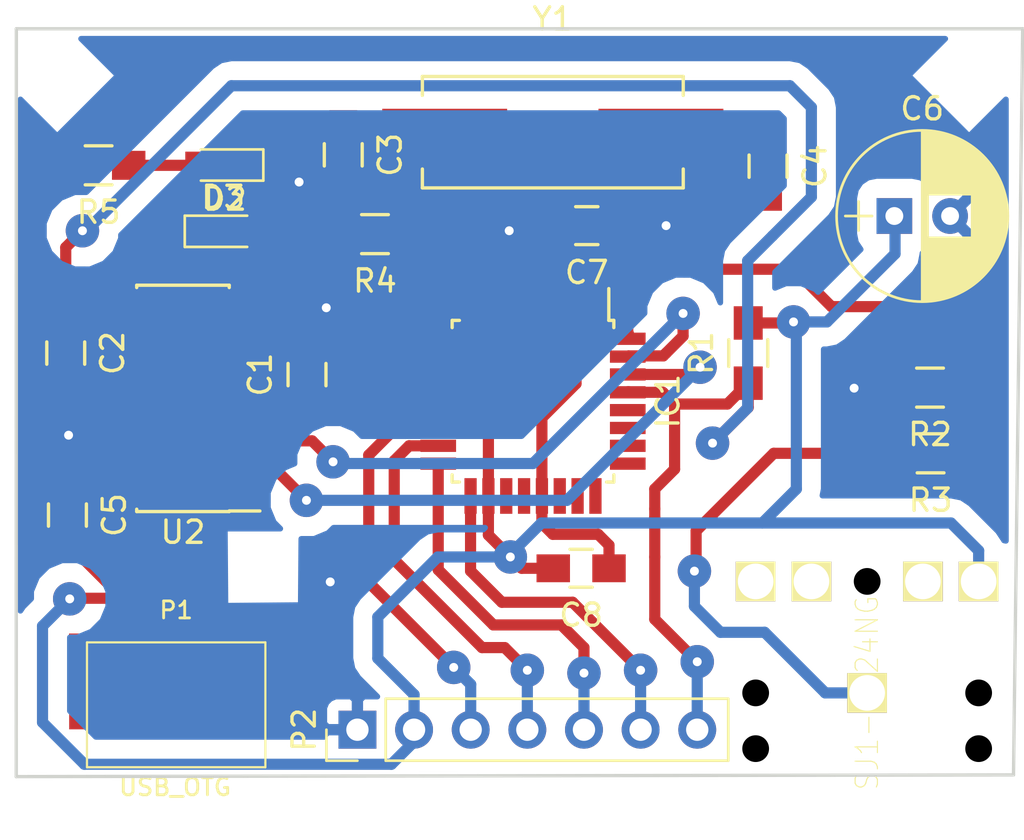
<source format=kicad_pcb>
(kicad_pcb (version 20171130) (host pcbnew "(5.1.12)-1")

  (general
    (thickness 1.6)
    (drawings 4)
    (tracks 248)
    (zones 0)
    (modules 21)
    (nets 46)
  )

  (page USLetter)
  (layers
    (0 F.Cu signal)
    (31 B.Cu signal)
    (32 B.Adhes user)
    (33 F.Adhes user)
    (34 B.Paste user)
    (35 F.Paste user)
    (36 B.SilkS user)
    (37 F.SilkS user)
    (38 B.Mask user)
    (39 F.Mask user)
    (40 Dwgs.User user)
    (41 Cmts.User user)
    (42 Eco1.User user)
    (43 Eco2.User user)
    (44 Edge.Cuts user)
    (45 Margin user)
    (46 B.CrtYd user)
    (47 F.CrtYd user)
    (48 B.Fab user)
    (49 F.Fab user)
  )

  (setup
    (last_trace_width 0.5)
    (trace_clearance 0.5)
    (zone_clearance 0.85)
    (zone_45_only no)
    (trace_min 0.2)
    (via_size 1.5)
    (via_drill 0.4)
    (via_min_size 0.4)
    (via_min_drill 0.3)
    (uvia_size 0.3)
    (uvia_drill 0.1)
    (uvias_allowed no)
    (uvia_min_size 0.2)
    (uvia_min_drill 0.1)
    (edge_width 0.15)
    (segment_width 0.2)
    (pcb_text_width 0.3)
    (pcb_text_size 1.5 1.5)
    (mod_edge_width 0.15)
    (mod_text_size 1 1)
    (mod_text_width 0.15)
    (pad_size 1.524 1.524)
    (pad_drill 0.762)
    (pad_to_mask_clearance 0.2)
    (aux_axis_origin 0 0)
    (visible_elements 7FFFFFFF)
    (pcbplotparams
      (layerselection 0x00080_7ffffffe)
      (usegerberextensions false)
      (usegerberattributes true)
      (usegerberadvancedattributes true)
      (creategerberjobfile true)
      (excludeedgelayer false)
      (linewidth 0.100000)
      (plotframeref false)
      (viasonmask true)
      (mode 1)
      (useauxorigin false)
      (hpglpennumber 1)
      (hpglpenspeed 20)
      (hpglpendiameter 15.000000)
      (psnegative false)
      (psa4output false)
      (plotreference true)
      (plotvalue true)
      (plotinvisibletext false)
      (padsonsilk false)
      (subtractmaskfromsilk false)
      (outputformat 4)
      (mirror true)
      (drillshape 0)
      (scaleselection 1)
      (outputdirectory ""))
  )

  (net 0 "")
  (net 1 "Net-(U1-Pad3)")
  (net 2 +5V)
  (net 3 "Net-(U1-Pad4)")
  (net 4 MM_TXD)
  (net 5 "Net-(P1-Pad2)")
  (net 6 "Net-(P1-Pad3)")
  (net 7 "Net-(P1-Pad4)")
  (net 8 GND)
  (net 9 "Net-(C2-Pad1)")
  (net 10 "Net-(U2-Pad15)")
  (net 11 "Net-(U2-Pad14)")
  (net 12 DTR)
  (net 13 "Net-(U2-Pad12)")
  (net 14 "Net-(U2-Pad11)")
  (net 15 "Net-(U2-Pad10)")
  (net 16 "Net-(U2-Pad9)")
  (net 17 "Net-(U2-Pad8)")
  (net 18 CLKOUT)
  (net 19 "Net-(C1-Pad1)")
  (net 20 TXD)
  (net 21 RXD)
  (net 22 "Net-(IC1-Pad28)")
  (net 23 "Net-(IC1-Pad27)")
  (net 24 "Net-(IC1-Pad26)")
  (net 25 "Net-(IC1-Pad25)")
  (net 26 "Net-(IC1-Pad24)")
  (net 27 "Net-(IC1-Pad23)")
  (net 28 "Net-(IC1-Pad22)")
  (net 29 "Net-(IC1-Pad20)")
  (net 30 "Net-(IC1-Pad19)")
  (net 31 "Net-(IC1-Pad17)")
  (net 32 "Net-(IC1-Pad16)")
  (net 33 "Net-(IC1-Pad15)")
  (net 34 "Net-(IC1-Pad14)")
  (net 35 "Net-(IC1-Pad13)")
  (net 36 "Net-(IC1-Pad11)")
  (net 37 "Net-(IC1-Pad10)")
  (net 38 "Net-(IC1-Pad9)")
  (net 39 "Net-(C3-Pad1)")
  (net 40 "Net-(C4-Pad1)")
  (net 41 "Net-(IC1-Pad2)")
  (net 42 "Net-(IC1-Pad1)")
  (net 43 "Net-(R3-Pad2)")
  (net 44 "Net-(D2-Pad2)")
  (net 45 "Net-(D3-Pad2)")

  (net_class Default "This is the default net class."
    (clearance 0.5)
    (trace_width 0.5)
    (via_dia 1.5)
    (via_drill 0.4)
    (uvia_dia 0.3)
    (uvia_drill 0.1)
    (add_net +5V)
    (add_net CLKOUT)
    (add_net DTR)
    (add_net GND)
    (add_net MM_TXD)
    (add_net "Net-(C1-Pad1)")
    (add_net "Net-(C2-Pad1)")
    (add_net "Net-(C3-Pad1)")
    (add_net "Net-(C4-Pad1)")
    (add_net "Net-(D2-Pad2)")
    (add_net "Net-(D3-Pad2)")
    (add_net "Net-(IC1-Pad1)")
    (add_net "Net-(IC1-Pad10)")
    (add_net "Net-(IC1-Pad11)")
    (add_net "Net-(IC1-Pad13)")
    (add_net "Net-(IC1-Pad14)")
    (add_net "Net-(IC1-Pad15)")
    (add_net "Net-(IC1-Pad16)")
    (add_net "Net-(IC1-Pad17)")
    (add_net "Net-(IC1-Pad19)")
    (add_net "Net-(IC1-Pad2)")
    (add_net "Net-(IC1-Pad20)")
    (add_net "Net-(IC1-Pad22)")
    (add_net "Net-(IC1-Pad23)")
    (add_net "Net-(IC1-Pad24)")
    (add_net "Net-(IC1-Pad25)")
    (add_net "Net-(IC1-Pad26)")
    (add_net "Net-(IC1-Pad27)")
    (add_net "Net-(IC1-Pad28)")
    (add_net "Net-(IC1-Pad9)")
    (add_net "Net-(P1-Pad2)")
    (add_net "Net-(P1-Pad3)")
    (add_net "Net-(P1-Pad4)")
    (add_net "Net-(R3-Pad2)")
    (add_net "Net-(U1-Pad3)")
    (add_net "Net-(U1-Pad4)")
    (add_net "Net-(U2-Pad10)")
    (add_net "Net-(U2-Pad11)")
    (add_net "Net-(U2-Pad12)")
    (add_net "Net-(U2-Pad14)")
    (add_net "Net-(U2-Pad15)")
    (add_net "Net-(U2-Pad8)")
    (add_net "Net-(U2-Pad9)")
    (add_net RXD)
    (add_net TXD)
  )

  (module Capacitors_THT:CP_Radial_D7.5mm_P2.50mm (layer F.Cu) (tedit 58765D06) (tstamp 5882C7E9)
    (at 160.2994 90.1954)
    (descr "CP, Radial series, Radial, pin pitch=2.50mm, , diameter=7.5mm, Electrolytic Capacitor")
    (tags "CP Radial series Radial pin pitch 2.50mm  diameter 7.5mm Electrolytic Capacitor")
    (path /587F9337)
    (fp_text reference C6 (at 1.25 -4.81) (layer F.SilkS)
      (effects (font (size 1 1) (thickness 0.15)))
    )
    (fp_text value 47u (at 1.25 4.81) (layer F.Fab)
      (effects (font (size 1 1) (thickness 0.15)))
    )
    (fp_circle (center 1.25 0) (end 5 0) (layer F.Fab) (width 0.1))
    (fp_circle (center 1.25 0) (end 5.09 0) (layer F.SilkS) (width 0.12))
    (fp_line (start -2.2 0) (end -1 0) (layer F.Fab) (width 0.1))
    (fp_line (start -1.6 -0.65) (end -1.6 0.65) (layer F.Fab) (width 0.1))
    (fp_line (start 1.25 -3.8) (end 1.25 3.8) (layer F.SilkS) (width 0.12))
    (fp_line (start 1.29 -3.8) (end 1.29 3.8) (layer F.SilkS) (width 0.12))
    (fp_line (start 1.33 -3.8) (end 1.33 3.8) (layer F.SilkS) (width 0.12))
    (fp_line (start 1.37 -3.799) (end 1.37 3.799) (layer F.SilkS) (width 0.12))
    (fp_line (start 1.41 -3.797) (end 1.41 3.797) (layer F.SilkS) (width 0.12))
    (fp_line (start 1.45 -3.795) (end 1.45 3.795) (layer F.SilkS) (width 0.12))
    (fp_line (start 1.49 -3.793) (end 1.49 3.793) (layer F.SilkS) (width 0.12))
    (fp_line (start 1.53 -3.79) (end 1.53 -0.98) (layer F.SilkS) (width 0.12))
    (fp_line (start 1.53 0.98) (end 1.53 3.79) (layer F.SilkS) (width 0.12))
    (fp_line (start 1.57 -3.787) (end 1.57 -0.98) (layer F.SilkS) (width 0.12))
    (fp_line (start 1.57 0.98) (end 1.57 3.787) (layer F.SilkS) (width 0.12))
    (fp_line (start 1.61 -3.784) (end 1.61 -0.98) (layer F.SilkS) (width 0.12))
    (fp_line (start 1.61 0.98) (end 1.61 3.784) (layer F.SilkS) (width 0.12))
    (fp_line (start 1.65 -3.78) (end 1.65 -0.98) (layer F.SilkS) (width 0.12))
    (fp_line (start 1.65 0.98) (end 1.65 3.78) (layer F.SilkS) (width 0.12))
    (fp_line (start 1.69 -3.775) (end 1.69 -0.98) (layer F.SilkS) (width 0.12))
    (fp_line (start 1.69 0.98) (end 1.69 3.775) (layer F.SilkS) (width 0.12))
    (fp_line (start 1.73 -3.77) (end 1.73 -0.98) (layer F.SilkS) (width 0.12))
    (fp_line (start 1.73 0.98) (end 1.73 3.77) (layer F.SilkS) (width 0.12))
    (fp_line (start 1.77 -3.765) (end 1.77 -0.98) (layer F.SilkS) (width 0.12))
    (fp_line (start 1.77 0.98) (end 1.77 3.765) (layer F.SilkS) (width 0.12))
    (fp_line (start 1.81 -3.759) (end 1.81 -0.98) (layer F.SilkS) (width 0.12))
    (fp_line (start 1.81 0.98) (end 1.81 3.759) (layer F.SilkS) (width 0.12))
    (fp_line (start 1.85 -3.753) (end 1.85 -0.98) (layer F.SilkS) (width 0.12))
    (fp_line (start 1.85 0.98) (end 1.85 3.753) (layer F.SilkS) (width 0.12))
    (fp_line (start 1.89 -3.747) (end 1.89 -0.98) (layer F.SilkS) (width 0.12))
    (fp_line (start 1.89 0.98) (end 1.89 3.747) (layer F.SilkS) (width 0.12))
    (fp_line (start 1.93 -3.74) (end 1.93 -0.98) (layer F.SilkS) (width 0.12))
    (fp_line (start 1.93 0.98) (end 1.93 3.74) (layer F.SilkS) (width 0.12))
    (fp_line (start 1.971 -3.732) (end 1.971 -0.98) (layer F.SilkS) (width 0.12))
    (fp_line (start 1.971 0.98) (end 1.971 3.732) (layer F.SilkS) (width 0.12))
    (fp_line (start 2.011 -3.725) (end 2.011 -0.98) (layer F.SilkS) (width 0.12))
    (fp_line (start 2.011 0.98) (end 2.011 3.725) (layer F.SilkS) (width 0.12))
    (fp_line (start 2.051 -3.716) (end 2.051 -0.98) (layer F.SilkS) (width 0.12))
    (fp_line (start 2.051 0.98) (end 2.051 3.716) (layer F.SilkS) (width 0.12))
    (fp_line (start 2.091 -3.707) (end 2.091 -0.98) (layer F.SilkS) (width 0.12))
    (fp_line (start 2.091 0.98) (end 2.091 3.707) (layer F.SilkS) (width 0.12))
    (fp_line (start 2.131 -3.698) (end 2.131 -0.98) (layer F.SilkS) (width 0.12))
    (fp_line (start 2.131 0.98) (end 2.131 3.698) (layer F.SilkS) (width 0.12))
    (fp_line (start 2.171 -3.689) (end 2.171 -0.98) (layer F.SilkS) (width 0.12))
    (fp_line (start 2.171 0.98) (end 2.171 3.689) (layer F.SilkS) (width 0.12))
    (fp_line (start 2.211 -3.679) (end 2.211 -0.98) (layer F.SilkS) (width 0.12))
    (fp_line (start 2.211 0.98) (end 2.211 3.679) (layer F.SilkS) (width 0.12))
    (fp_line (start 2.251 -3.668) (end 2.251 -0.98) (layer F.SilkS) (width 0.12))
    (fp_line (start 2.251 0.98) (end 2.251 3.668) (layer F.SilkS) (width 0.12))
    (fp_line (start 2.291 -3.657) (end 2.291 -0.98) (layer F.SilkS) (width 0.12))
    (fp_line (start 2.291 0.98) (end 2.291 3.657) (layer F.SilkS) (width 0.12))
    (fp_line (start 2.331 -3.645) (end 2.331 -0.98) (layer F.SilkS) (width 0.12))
    (fp_line (start 2.331 0.98) (end 2.331 3.645) (layer F.SilkS) (width 0.12))
    (fp_line (start 2.371 -3.634) (end 2.371 -0.98) (layer F.SilkS) (width 0.12))
    (fp_line (start 2.371 0.98) (end 2.371 3.634) (layer F.SilkS) (width 0.12))
    (fp_line (start 2.411 -3.621) (end 2.411 -0.98) (layer F.SilkS) (width 0.12))
    (fp_line (start 2.411 0.98) (end 2.411 3.621) (layer F.SilkS) (width 0.12))
    (fp_line (start 2.451 -3.608) (end 2.451 -0.98) (layer F.SilkS) (width 0.12))
    (fp_line (start 2.451 0.98) (end 2.451 3.608) (layer F.SilkS) (width 0.12))
    (fp_line (start 2.491 -3.595) (end 2.491 -0.98) (layer F.SilkS) (width 0.12))
    (fp_line (start 2.491 0.98) (end 2.491 3.595) (layer F.SilkS) (width 0.12))
    (fp_line (start 2.531 -3.581) (end 2.531 -0.98) (layer F.SilkS) (width 0.12))
    (fp_line (start 2.531 0.98) (end 2.531 3.581) (layer F.SilkS) (width 0.12))
    (fp_line (start 2.571 -3.566) (end 2.571 -0.98) (layer F.SilkS) (width 0.12))
    (fp_line (start 2.571 0.98) (end 2.571 3.566) (layer F.SilkS) (width 0.12))
    (fp_line (start 2.611 -3.552) (end 2.611 -0.98) (layer F.SilkS) (width 0.12))
    (fp_line (start 2.611 0.98) (end 2.611 3.552) (layer F.SilkS) (width 0.12))
    (fp_line (start 2.651 -3.536) (end 2.651 -0.98) (layer F.SilkS) (width 0.12))
    (fp_line (start 2.651 0.98) (end 2.651 3.536) (layer F.SilkS) (width 0.12))
    (fp_line (start 2.691 -3.52) (end 2.691 -0.98) (layer F.SilkS) (width 0.12))
    (fp_line (start 2.691 0.98) (end 2.691 3.52) (layer F.SilkS) (width 0.12))
    (fp_line (start 2.731 -3.504) (end 2.731 -0.98) (layer F.SilkS) (width 0.12))
    (fp_line (start 2.731 0.98) (end 2.731 3.504) (layer F.SilkS) (width 0.12))
    (fp_line (start 2.771 -3.487) (end 2.771 -0.98) (layer F.SilkS) (width 0.12))
    (fp_line (start 2.771 0.98) (end 2.771 3.487) (layer F.SilkS) (width 0.12))
    (fp_line (start 2.811 -3.469) (end 2.811 -0.98) (layer F.SilkS) (width 0.12))
    (fp_line (start 2.811 0.98) (end 2.811 3.469) (layer F.SilkS) (width 0.12))
    (fp_line (start 2.851 -3.451) (end 2.851 -0.98) (layer F.SilkS) (width 0.12))
    (fp_line (start 2.851 0.98) (end 2.851 3.451) (layer F.SilkS) (width 0.12))
    (fp_line (start 2.891 -3.433) (end 2.891 -0.98) (layer F.SilkS) (width 0.12))
    (fp_line (start 2.891 0.98) (end 2.891 3.433) (layer F.SilkS) (width 0.12))
    (fp_line (start 2.931 -3.413) (end 2.931 -0.98) (layer F.SilkS) (width 0.12))
    (fp_line (start 2.931 0.98) (end 2.931 3.413) (layer F.SilkS) (width 0.12))
    (fp_line (start 2.971 -3.394) (end 2.971 -0.98) (layer F.SilkS) (width 0.12))
    (fp_line (start 2.971 0.98) (end 2.971 3.394) (layer F.SilkS) (width 0.12))
    (fp_line (start 3.011 -3.373) (end 3.011 -0.98) (layer F.SilkS) (width 0.12))
    (fp_line (start 3.011 0.98) (end 3.011 3.373) (layer F.SilkS) (width 0.12))
    (fp_line (start 3.051 -3.352) (end 3.051 -0.98) (layer F.SilkS) (width 0.12))
    (fp_line (start 3.051 0.98) (end 3.051 3.352) (layer F.SilkS) (width 0.12))
    (fp_line (start 3.091 -3.331) (end 3.091 -0.98) (layer F.SilkS) (width 0.12))
    (fp_line (start 3.091 0.98) (end 3.091 3.331) (layer F.SilkS) (width 0.12))
    (fp_line (start 3.131 -3.309) (end 3.131 -0.98) (layer F.SilkS) (width 0.12))
    (fp_line (start 3.131 0.98) (end 3.131 3.309) (layer F.SilkS) (width 0.12))
    (fp_line (start 3.171 -3.286) (end 3.171 -0.98) (layer F.SilkS) (width 0.12))
    (fp_line (start 3.171 0.98) (end 3.171 3.286) (layer F.SilkS) (width 0.12))
    (fp_line (start 3.211 -3.263) (end 3.211 -0.98) (layer F.SilkS) (width 0.12))
    (fp_line (start 3.211 0.98) (end 3.211 3.263) (layer F.SilkS) (width 0.12))
    (fp_line (start 3.251 -3.239) (end 3.251 -0.98) (layer F.SilkS) (width 0.12))
    (fp_line (start 3.251 0.98) (end 3.251 3.239) (layer F.SilkS) (width 0.12))
    (fp_line (start 3.291 -3.214) (end 3.291 -0.98) (layer F.SilkS) (width 0.12))
    (fp_line (start 3.291 0.98) (end 3.291 3.214) (layer F.SilkS) (width 0.12))
    (fp_line (start 3.331 -3.188) (end 3.331 -0.98) (layer F.SilkS) (width 0.12))
    (fp_line (start 3.331 0.98) (end 3.331 3.188) (layer F.SilkS) (width 0.12))
    (fp_line (start 3.371 -3.162) (end 3.371 -0.98) (layer F.SilkS) (width 0.12))
    (fp_line (start 3.371 0.98) (end 3.371 3.162) (layer F.SilkS) (width 0.12))
    (fp_line (start 3.411 -3.135) (end 3.411 -0.98) (layer F.SilkS) (width 0.12))
    (fp_line (start 3.411 0.98) (end 3.411 3.135) (layer F.SilkS) (width 0.12))
    (fp_line (start 3.451 -3.108) (end 3.451 -0.98) (layer F.SilkS) (width 0.12))
    (fp_line (start 3.451 0.98) (end 3.451 3.108) (layer F.SilkS) (width 0.12))
    (fp_line (start 3.491 -3.079) (end 3.491 3.079) (layer F.SilkS) (width 0.12))
    (fp_line (start 3.531 -3.05) (end 3.531 3.05) (layer F.SilkS) (width 0.12))
    (fp_line (start 3.571 -3.02) (end 3.571 3.02) (layer F.SilkS) (width 0.12))
    (fp_line (start 3.611 -2.99) (end 3.611 2.99) (layer F.SilkS) (width 0.12))
    (fp_line (start 3.651 -2.958) (end 3.651 2.958) (layer F.SilkS) (width 0.12))
    (fp_line (start 3.691 -2.926) (end 3.691 2.926) (layer F.SilkS) (width 0.12))
    (fp_line (start 3.731 -2.892) (end 3.731 2.892) (layer F.SilkS) (width 0.12))
    (fp_line (start 3.771 -2.858) (end 3.771 2.858) (layer F.SilkS) (width 0.12))
    (fp_line (start 3.811 -2.823) (end 3.811 2.823) (layer F.SilkS) (width 0.12))
    (fp_line (start 3.851 -2.786) (end 3.851 2.786) (layer F.SilkS) (width 0.12))
    (fp_line (start 3.891 -2.749) (end 3.891 2.749) (layer F.SilkS) (width 0.12))
    (fp_line (start 3.931 -2.711) (end 3.931 2.711) (layer F.SilkS) (width 0.12))
    (fp_line (start 3.971 -2.671) (end 3.971 2.671) (layer F.SilkS) (width 0.12))
    (fp_line (start 4.011 -2.63) (end 4.011 2.63) (layer F.SilkS) (width 0.12))
    (fp_line (start 4.051 -2.588) (end 4.051 2.588) (layer F.SilkS) (width 0.12))
    (fp_line (start 4.091 -2.545) (end 4.091 2.545) (layer F.SilkS) (width 0.12))
    (fp_line (start 4.131 -2.5) (end 4.131 2.5) (layer F.SilkS) (width 0.12))
    (fp_line (start 4.171 -2.454) (end 4.171 2.454) (layer F.SilkS) (width 0.12))
    (fp_line (start 4.211 -2.407) (end 4.211 2.407) (layer F.SilkS) (width 0.12))
    (fp_line (start 4.251 -2.357) (end 4.251 2.357) (layer F.SilkS) (width 0.12))
    (fp_line (start 4.291 -2.307) (end 4.291 2.307) (layer F.SilkS) (width 0.12))
    (fp_line (start 4.331 -2.254) (end 4.331 2.254) (layer F.SilkS) (width 0.12))
    (fp_line (start 4.371 -2.199) (end 4.371 2.199) (layer F.SilkS) (width 0.12))
    (fp_line (start 4.411 -2.142) (end 4.411 2.142) (layer F.SilkS) (width 0.12))
    (fp_line (start 4.451 -2.083) (end 4.451 2.083) (layer F.SilkS) (width 0.12))
    (fp_line (start 4.491 -2.022) (end 4.491 2.022) (layer F.SilkS) (width 0.12))
    (fp_line (start 4.531 -1.957) (end 4.531 1.957) (layer F.SilkS) (width 0.12))
    (fp_line (start 4.571 -1.89) (end 4.571 1.89) (layer F.SilkS) (width 0.12))
    (fp_line (start 4.611 -1.82) (end 4.611 1.82) (layer F.SilkS) (width 0.12))
    (fp_line (start 4.651 -1.745) (end 4.651 1.745) (layer F.SilkS) (width 0.12))
    (fp_line (start 4.691 -1.667) (end 4.691 1.667) (layer F.SilkS) (width 0.12))
    (fp_line (start 4.731 -1.584) (end 4.731 1.584) (layer F.SilkS) (width 0.12))
    (fp_line (start 4.771 -1.495) (end 4.771 1.495) (layer F.SilkS) (width 0.12))
    (fp_line (start 4.811 -1.4) (end 4.811 1.4) (layer F.SilkS) (width 0.12))
    (fp_line (start 4.851 -1.297) (end 4.851 1.297) (layer F.SilkS) (width 0.12))
    (fp_line (start 4.891 -1.184) (end 4.891 1.184) (layer F.SilkS) (width 0.12))
    (fp_line (start 4.931 -1.057) (end 4.931 1.057) (layer F.SilkS) (width 0.12))
    (fp_line (start 4.971 -0.913) (end 4.971 0.913) (layer F.SilkS) (width 0.12))
    (fp_line (start 5.011 -0.74) (end 5.011 0.74) (layer F.SilkS) (width 0.12))
    (fp_line (start 5.051 -0.513) (end 5.051 0.513) (layer F.SilkS) (width 0.12))
    (fp_line (start -2.2 0) (end -1 0) (layer F.SilkS) (width 0.12))
    (fp_line (start -1.6 -0.65) (end -1.6 0.65) (layer F.SilkS) (width 0.12))
    (fp_line (start -2.85 -4.1) (end -2.85 4.1) (layer F.CrtYd) (width 0.05))
    (fp_line (start -2.85 4.1) (end 5.35 4.1) (layer F.CrtYd) (width 0.05))
    (fp_line (start 5.35 4.1) (end 5.35 -4.1) (layer F.CrtYd) (width 0.05))
    (fp_line (start 5.35 -4.1) (end -2.85 -4.1) (layer F.CrtYd) (width 0.05))
    (pad 2 thru_hole circle (at 2.5 0) (size 1.6 1.6) (drill 0.8) (layers *.Cu *.Mask)
      (net 8 GND))
    (pad 1 thru_hole rect (at 0 0) (size 1.6 1.6) (drill 0.8) (layers *.Cu *.Mask)
      (net 2 +5V))
    (model Capacitors_ThroughHole.3dshapes/CP_Radial_D7.5mm_P2.50mm.wrl
      (at (xyz 0 0 0))
      (scale (xyz 0.393701 0.393701 0.393701))
      (rotate (xyz 0 0 0))
    )
  )

  (module bullion:MICRO-B_USB (layer F.Cu) (tedit 58745E93) (tstamp 5882C54F)
    (at 128.0922 113.7158)
    (path /587AC840)
    (fp_text reference P1 (at 0 -5.842) (layer F.SilkS)
      (effects (font (size 0.762 0.762) (thickness 0.127)))
    )
    (fp_text value USB_OTG (at -0.05 2.09) (layer F.SilkS)
      (effects (font (size 0.762 0.762) (thickness 0.127)))
    )
    (fp_line (start -4.0005 1.00076) (end -4.0005 -4.39928) (layer F.SilkS) (width 0.09906))
    (fp_line (start 4.0005 1.19888) (end -4.0005 1.19888) (layer F.SilkS) (width 0.09906))
    (fp_line (start 4.0005 -4.39928) (end 4.0005 1.00076) (layer F.SilkS) (width 0.09906))
    (fp_line (start -4.0005 -4.39928) (end 4.0005 -4.39928) (layer F.SilkS) (width 0.09906))
    (fp_line (start 4.0005 1.00076) (end 4.0005 1.19888) (layer F.SilkS) (width 0.09906))
    (fp_line (start -4.0005 1.00076) (end -4.0005 1.19888) (layer F.SilkS) (width 0.09906))
    (pad "" smd rect (at -1.19888 -1.4478) (size 1.89738 1.89738) (layers F.Cu F.Paste F.Mask))
    (pad "" smd rect (at 1.19888 -1.4478) (size 1.89992 1.89738) (layers F.Cu F.Paste F.Mask))
    (pad "" smd rect (at 4.064 -1.4478) (size 2 1.89738) (layers F.Cu F.Paste F.Mask))
    (pad "" smd rect (at -3.556 -3.99796) (size 2.5 1.59766) (layers F.Cu F.Paste F.Mask))
    (pad 1 smd rect (at -1.29794 -4.12496) (size 0.39878 1.3462) (layers F.Cu F.Paste F.Mask)
      (net 2 +5V) (clearance 0.2032))
    (pad 2 smd rect (at -0.6477 -4.12496) (size 0.39878 1.3462) (layers F.Cu F.Paste F.Mask)
      (net 5 "Net-(P1-Pad2)") (clearance 0.2032))
    (pad 3 smd rect (at 0 -4.12496) (size 0.39878 1.3462) (layers F.Cu F.Paste F.Mask)
      (net 6 "Net-(P1-Pad3)") (clearance 0.2032))
    (pad 4 smd rect (at 0.6477 -4.12496) (size 0.39878 1.3462) (layers F.Cu F.Paste F.Mask)
      (net 7 "Net-(P1-Pad4)") (clearance 0.2032))
    (pad 5 smd rect (at 1.29794 -4.12496) (size 0.39878 1.3462) (layers F.Cu F.Paste F.Mask)
      (net 8 GND) (clearance 0.2032))
    (pad "" smd rect (at 3.81 -3.99796) (size 2.5 1.59766) (layers F.Cu F.Paste F.Mask))
    (pad "" smd rect (at -3.79984 -1.4478) (size 2 1.89738) (layers F.Cu F.Paste F.Mask))
  )

  (module LEDs:LED_0805 (layer F.Cu) (tedit 57FE93EC) (tstamp 5882B851)
    (at 130.2004 87.9094 180)
    (descr "LED 0805 smd package")
    (tags "LED led 0805 SMD smd SMT smt smdled SMDLED smtled SMTLED")
    (path /5882B4A7)
    (attr smd)
    (fp_text reference D3 (at 0 -1.45 180) (layer F.SilkS)
      (effects (font (size 1 1) (thickness 0.15)))
    )
    (fp_text value RED (at 0 1.55 180) (layer F.Fab)
      (effects (font (size 1 1) (thickness 0.15)))
    )
    (fp_line (start -1.95 -0.85) (end 1.95 -0.85) (layer F.CrtYd) (width 0.05))
    (fp_line (start -1.95 0.85) (end -1.95 -0.85) (layer F.CrtYd) (width 0.05))
    (fp_line (start 1.95 0.85) (end -1.95 0.85) (layer F.CrtYd) (width 0.05))
    (fp_line (start 1.95 -0.85) (end 1.95 0.85) (layer F.CrtYd) (width 0.05))
    (fp_line (start -1.8 -0.7) (end 1 -0.7) (layer F.SilkS) (width 0.12))
    (fp_line (start -1.8 0.7) (end 1 0.7) (layer F.SilkS) (width 0.12))
    (fp_line (start -1 0.6) (end -1 -0.6) (layer F.Fab) (width 0.1))
    (fp_line (start -1 -0.6) (end 1 -0.6) (layer F.Fab) (width 0.1))
    (fp_line (start 1 -0.6) (end 1 0.6) (layer F.Fab) (width 0.1))
    (fp_line (start 1 0.6) (end -1 0.6) (layer F.Fab) (width 0.1))
    (fp_line (start 0.2 -0.4) (end 0.2 0.4) (layer F.Fab) (width 0.1))
    (fp_line (start 0.2 0.4) (end -0.4 0) (layer F.Fab) (width 0.1))
    (fp_line (start -0.4 0) (end 0.2 -0.4) (layer F.Fab) (width 0.1))
    (fp_line (start -0.4 -0.4) (end -0.4 0.4) (layer F.Fab) (width 0.1))
    (fp_line (start -1.8 -0.7) (end -1.8 0.7) (layer F.SilkS) (width 0.12))
    (pad 2 smd rect (at 1.1 0) (size 1.2 1.2) (layers F.Cu F.Paste F.Mask)
      (net 45 "Net-(D3-Pad2)"))
    (pad 1 smd rect (at -1.1 0) (size 1.2 1.2) (layers F.Cu F.Paste F.Mask)
      (net 8 GND))
    (model LEDs.3dshapes/LED_0805.wrl
      (at (xyz 0 0 0))
      (scale (xyz 1 1 1))
      (rotate (xyz 0 0 180))
    )
  )

  (module LEDs:LED_0805 (layer F.Cu) (tedit 57FE93EC) (tstamp 5882B841)
    (at 130.2766 90.8812)
    (descr "LED 0805 smd package")
    (tags "LED led 0805 SMD smd SMT smt smdled SMDLED smtled SMTLED")
    (path /5882B976)
    (attr smd)
    (fp_text reference D2 (at 0 -1.45) (layer F.SilkS)
      (effects (font (size 1 1) (thickness 0.15)))
    )
    (fp_text value BLUE (at 0 1.55) (layer F.Fab)
      (effects (font (size 1 1) (thickness 0.15)))
    )
    (fp_line (start -1.8 -0.7) (end -1.8 0.7) (layer F.SilkS) (width 0.12))
    (fp_line (start -0.4 -0.4) (end -0.4 0.4) (layer F.Fab) (width 0.1))
    (fp_line (start -0.4 0) (end 0.2 -0.4) (layer F.Fab) (width 0.1))
    (fp_line (start 0.2 0.4) (end -0.4 0) (layer F.Fab) (width 0.1))
    (fp_line (start 0.2 -0.4) (end 0.2 0.4) (layer F.Fab) (width 0.1))
    (fp_line (start 1 0.6) (end -1 0.6) (layer F.Fab) (width 0.1))
    (fp_line (start 1 -0.6) (end 1 0.6) (layer F.Fab) (width 0.1))
    (fp_line (start -1 -0.6) (end 1 -0.6) (layer F.Fab) (width 0.1))
    (fp_line (start -1 0.6) (end -1 -0.6) (layer F.Fab) (width 0.1))
    (fp_line (start -1.8 0.7) (end 1 0.7) (layer F.SilkS) (width 0.12))
    (fp_line (start -1.8 -0.7) (end 1 -0.7) (layer F.SilkS) (width 0.12))
    (fp_line (start 1.95 -0.85) (end 1.95 0.85) (layer F.CrtYd) (width 0.05))
    (fp_line (start 1.95 0.85) (end -1.95 0.85) (layer F.CrtYd) (width 0.05))
    (fp_line (start -1.95 0.85) (end -1.95 -0.85) (layer F.CrtYd) (width 0.05))
    (fp_line (start -1.95 -0.85) (end 1.95 -0.85) (layer F.CrtYd) (width 0.05))
    (pad 1 smd rect (at -1.1 0 180) (size 1.2 1.2) (layers F.Cu F.Paste F.Mask)
      (net 8 GND))
    (pad 2 smd rect (at 1.1 0 180) (size 1.2 1.2) (layers F.Cu F.Paste F.Mask)
      (net 44 "Net-(D2-Pad2)"))
    (model LEDs.3dshapes/LED_0805.wrl
      (at (xyz 0 0 0))
      (scale (xyz 1 1 1))
      (rotate (xyz 0 0 180))
    )
  )

  (module Resistors_SMD:R_0805_HandSoldering (layer F.Cu) (tedit 58307B90) (tstamp 5882B801)
    (at 124.6124 87.9221 180)
    (descr "Resistor SMD 0805, hand soldering")
    (tags "resistor 0805")
    (path /5882B43B)
    (attr smd)
    (fp_text reference R5 (at 0 -2.1 180) (layer F.SilkS)
      (effects (font (size 1 1) (thickness 0.15)))
    )
    (fp_text value 4.7k (at 0 2.1 180) (layer F.Fab)
      (effects (font (size 1 1) (thickness 0.15)))
    )
    (fp_line (start -0.6 -0.875) (end 0.6 -0.875) (layer F.SilkS) (width 0.15))
    (fp_line (start 0.6 0.875) (end -0.6 0.875) (layer F.SilkS) (width 0.15))
    (fp_line (start 2.4 -1) (end 2.4 1) (layer F.CrtYd) (width 0.05))
    (fp_line (start -2.4 -1) (end -2.4 1) (layer F.CrtYd) (width 0.05))
    (fp_line (start -2.4 1) (end 2.4 1) (layer F.CrtYd) (width 0.05))
    (fp_line (start -2.4 -1) (end 2.4 -1) (layer F.CrtYd) (width 0.05))
    (fp_line (start -1 -0.625) (end 1 -0.625) (layer F.Fab) (width 0.1))
    (fp_line (start 1 -0.625) (end 1 0.625) (layer F.Fab) (width 0.1))
    (fp_line (start 1 0.625) (end -1 0.625) (layer F.Fab) (width 0.1))
    (fp_line (start -1 0.625) (end -1 -0.625) (layer F.Fab) (width 0.1))
    (pad 1 smd rect (at -1.35 0 180) (size 1.5 1.3) (layers F.Cu F.Paste F.Mask)
      (net 45 "Net-(D3-Pad2)"))
    (pad 2 smd rect (at 1.35 0 180) (size 1.5 1.3) (layers F.Cu F.Paste F.Mask)
      (net 2 +5V))
    (model Resistors_SMD.3dshapes/R_0805_HandSoldering.wrl
      (at (xyz 0 0 0))
      (scale (xyz 1 1 1))
      (rotate (xyz 0 0 0))
    )
  )

  (module Resistors_SMD:R_0805_HandSoldering (layer F.Cu) (tedit 58307B90) (tstamp 5882B7F1)
    (at 137.0076 91.0082 180)
    (descr "Resistor SMD 0805, hand soldering")
    (tags "resistor 0805")
    (path /5882B8F7)
    (attr smd)
    (fp_text reference R4 (at 0 -2.1 180) (layer F.SilkS)
      (effects (font (size 1 1) (thickness 0.15)))
    )
    (fp_text value 82 (at 0 2.1 180) (layer F.Fab)
      (effects (font (size 1 1) (thickness 0.15)))
    )
    (fp_line (start -1 0.625) (end -1 -0.625) (layer F.Fab) (width 0.1))
    (fp_line (start 1 0.625) (end -1 0.625) (layer F.Fab) (width 0.1))
    (fp_line (start 1 -0.625) (end 1 0.625) (layer F.Fab) (width 0.1))
    (fp_line (start -1 -0.625) (end 1 -0.625) (layer F.Fab) (width 0.1))
    (fp_line (start -2.4 -1) (end 2.4 -1) (layer F.CrtYd) (width 0.05))
    (fp_line (start -2.4 1) (end 2.4 1) (layer F.CrtYd) (width 0.05))
    (fp_line (start -2.4 -1) (end -2.4 1) (layer F.CrtYd) (width 0.05))
    (fp_line (start 2.4 -1) (end 2.4 1) (layer F.CrtYd) (width 0.05))
    (fp_line (start 0.6 0.875) (end -0.6 0.875) (layer F.SilkS) (width 0.15))
    (fp_line (start -0.6 -0.875) (end 0.6 -0.875) (layer F.SilkS) (width 0.15))
    (pad 2 smd rect (at 1.35 0 180) (size 1.5 1.3) (layers F.Cu F.Paste F.Mask)
      (net 44 "Net-(D2-Pad2)"))
    (pad 1 smd rect (at -1.35 0 180) (size 1.5 1.3) (layers F.Cu F.Paste F.Mask)
      (net 38 "Net-(IC1-Pad9)"))
    (model Resistors_SMD.3dshapes/R_0805_HandSoldering.wrl
      (at (xyz 0 0 0))
      (scale (xyz 1 1 1))
      (rotate (xyz 0 0 0))
    )
  )

  (module Resistors_SMD:R_0805_HandSoldering (layer F.Cu) (tedit 58307B90) (tstamp 5882B20B)
    (at 161.925 100.838 180)
    (descr "Resistor SMD 0805, hand soldering")
    (tags "resistor 0805")
    (path /5882B0C1)
    (attr smd)
    (fp_text reference R3 (at 0 -2.1 180) (layer F.SilkS)
      (effects (font (size 1 1) (thickness 0.15)))
    )
    (fp_text value 220 (at 0 2.1 180) (layer F.Fab)
      (effects (font (size 1 1) (thickness 0.15)))
    )
    (fp_line (start -1 0.625) (end -1 -0.625) (layer F.Fab) (width 0.1))
    (fp_line (start 1 0.625) (end -1 0.625) (layer F.Fab) (width 0.1))
    (fp_line (start 1 -0.625) (end 1 0.625) (layer F.Fab) (width 0.1))
    (fp_line (start -1 -0.625) (end 1 -0.625) (layer F.Fab) (width 0.1))
    (fp_line (start -2.4 -1) (end 2.4 -1) (layer F.CrtYd) (width 0.05))
    (fp_line (start -2.4 1) (end 2.4 1) (layer F.CrtYd) (width 0.05))
    (fp_line (start -2.4 -1) (end -2.4 1) (layer F.CrtYd) (width 0.05))
    (fp_line (start 2.4 -1) (end 2.4 1) (layer F.CrtYd) (width 0.05))
    (fp_line (start 0.6 0.875) (end -0.6 0.875) (layer F.SilkS) (width 0.15))
    (fp_line (start -0.6 -0.875) (end 0.6 -0.875) (layer F.SilkS) (width 0.15))
    (pad 2 smd rect (at 1.35 0 180) (size 1.5 1.3) (layers F.Cu F.Paste F.Mask)
      (net 43 "Net-(R3-Pad2)"))
    (pad 1 smd rect (at -1.35 0 180) (size 1.5 1.3) (layers F.Cu F.Paste F.Mask)
      (net 4 MM_TXD))
    (model Resistors_SMD.3dshapes/R_0805_HandSoldering.wrl
      (at (xyz 0 0 0))
      (scale (xyz 1 1 1))
      (rotate (xyz 0 0 0))
    )
  )

  (module Resistors_SMD:R_0805_HandSoldering (layer F.Cu) (tedit 58307B90) (tstamp 5882A191)
    (at 161.8996 97.8916 180)
    (descr "Resistor SMD 0805, hand soldering")
    (tags "resistor 0805")
    (path /5882A265)
    (attr smd)
    (fp_text reference R2 (at 0 -2.1 180) (layer F.SilkS)
      (effects (font (size 1 1) (thickness 0.15)))
    )
    (fp_text value 2.2k (at 0 2.1 180) (layer F.Fab)
      (effects (font (size 1 1) (thickness 0.15)))
    )
    (fp_line (start -1 0.625) (end -1 -0.625) (layer F.Fab) (width 0.1))
    (fp_line (start 1 0.625) (end -1 0.625) (layer F.Fab) (width 0.1))
    (fp_line (start 1 -0.625) (end 1 0.625) (layer F.Fab) (width 0.1))
    (fp_line (start -1 -0.625) (end 1 -0.625) (layer F.Fab) (width 0.1))
    (fp_line (start -2.4 -1) (end 2.4 -1) (layer F.CrtYd) (width 0.05))
    (fp_line (start -2.4 1) (end 2.4 1) (layer F.CrtYd) (width 0.05))
    (fp_line (start -2.4 -1) (end -2.4 1) (layer F.CrtYd) (width 0.05))
    (fp_line (start 2.4 -1) (end 2.4 1) (layer F.CrtYd) (width 0.05))
    (fp_line (start 0.6 0.875) (end -0.6 0.875) (layer F.SilkS) (width 0.15))
    (fp_line (start -0.6 -0.875) (end 0.6 -0.875) (layer F.SilkS) (width 0.15))
    (pad 2 smd rect (at 1.35 0 180) (size 1.5 1.3) (layers F.Cu F.Paste F.Mask)
      (net 8 GND))
    (pad 1 smd rect (at -1.35 0 180) (size 1.5 1.3) (layers F.Cu F.Paste F.Mask)
      (net 4 MM_TXD))
    (model Resistors_SMD.3dshapes/R_0805_HandSoldering.wrl
      (at (xyz 0 0 0))
      (scale (xyz 1 1 1))
      (rotate (xyz 0 0 0))
    )
  )

  (module Pin_Headers:Pin_Header_Straight_1x07_Pitch2.54mm (layer F.Cu) (tedit 5862ED52) (tstamp 587B0054)
    (at 136.2202 113.2332 90)
    (descr "Through hole straight pin header, 1x07, 2.54mm pitch, single row")
    (tags "Through hole pin header THT 1x07 2.54mm single row")
    (path /587AFEEA)
    (fp_text reference P2 (at 0 -2.39 90) (layer F.SilkS)
      (effects (font (size 1 1) (thickness 0.15)))
    )
    (fp_text value CONN_01X07 (at 0 17.63 90) (layer F.Fab)
      (effects (font (size 1 1) (thickness 0.15)))
    )
    (fp_line (start -1.27 -1.27) (end -1.27 16.51) (layer F.Fab) (width 0.1))
    (fp_line (start -1.27 16.51) (end 1.27 16.51) (layer F.Fab) (width 0.1))
    (fp_line (start 1.27 16.51) (end 1.27 -1.27) (layer F.Fab) (width 0.1))
    (fp_line (start 1.27 -1.27) (end -1.27 -1.27) (layer F.Fab) (width 0.1))
    (fp_line (start -1.39 1.27) (end -1.39 16.63) (layer F.SilkS) (width 0.12))
    (fp_line (start -1.39 16.63) (end 1.39 16.63) (layer F.SilkS) (width 0.12))
    (fp_line (start 1.39 16.63) (end 1.39 1.27) (layer F.SilkS) (width 0.12))
    (fp_line (start 1.39 1.27) (end -1.39 1.27) (layer F.SilkS) (width 0.12))
    (fp_line (start -1.39 0) (end -1.39 -1.39) (layer F.SilkS) (width 0.12))
    (fp_line (start -1.39 -1.39) (end 0 -1.39) (layer F.SilkS) (width 0.12))
    (fp_line (start -1.6 -1.6) (end -1.6 16.8) (layer F.CrtYd) (width 0.05))
    (fp_line (start -1.6 16.8) (end 1.6 16.8) (layer F.CrtYd) (width 0.05))
    (fp_line (start 1.6 16.8) (end 1.6 -1.6) (layer F.CrtYd) (width 0.05))
    (fp_line (start 1.6 -1.6) (end -1.6 -1.6) (layer F.CrtYd) (width 0.05))
    (pad 7 thru_hole oval (at 0 15.24 90) (size 1.7 1.7) (drill 1) (layers *.Cu *.Mask)
      (net 9 "Net-(C2-Pad1)"))
    (pad 6 thru_hole oval (at 0 12.7 90) (size 1.7 1.7) (drill 1) (layers *.Cu *.Mask)
      (net 31 "Net-(IC1-Pad17)"))
    (pad 5 thru_hole oval (at 0 10.16 90) (size 1.7 1.7) (drill 1) (layers *.Cu *.Mask)
      (net 32 "Net-(IC1-Pad16)"))
    (pad 4 thru_hole oval (at 0 7.62 90) (size 1.7 1.7) (drill 1) (layers *.Cu *.Mask)
      (net 33 "Net-(IC1-Pad15)"))
    (pad 3 thru_hole oval (at 0 5.08 90) (size 1.7 1.7) (drill 1) (layers *.Cu *.Mask)
      (net 34 "Net-(IC1-Pad14)"))
    (pad 2 thru_hole oval (at 0 2.54 90) (size 1.7 1.7) (drill 1) (layers *.Cu *.Mask)
      (net 2 +5V))
    (pad 1 thru_hole rect (at 0 0 90) (size 1.7 1.7) (drill 1) (layers *.Cu *.Mask)
      (net 8 GND))
    (model Pin_Headers.3dshapes/Pin_Header_Straight_1x07_Pitch2.54mm.wrl
      (offset (xyz 0 -7.619999885559082 0))
      (scale (xyz 1 1 1))
      (rotate (xyz 0 0 90))
    )
  )

  (module Capacitors_SMD:C_0805_HandSoldering (layer F.Cu) (tedit 541A9B8D) (tstamp 587AE9B7)
    (at 146.2532 105.9942 180)
    (descr "Capacitor SMD 0805, hand soldering")
    (tags "capacitor 0805")
    (path /587AC63F)
    (attr smd)
    (fp_text reference C8 (at 0 -2.1 180) (layer F.SilkS)
      (effects (font (size 1 1) (thickness 0.15)))
    )
    (fp_text value 0.1u (at 0 2.1 180) (layer F.Fab)
      (effects (font (size 1 1) (thickness 0.15)))
    )
    (fp_line (start -0.5 0.85) (end 0.5 0.85) (layer F.SilkS) (width 0.15))
    (fp_line (start 0.5 -0.85) (end -0.5 -0.85) (layer F.SilkS) (width 0.15))
    (fp_line (start 2.3 -1) (end 2.3 1) (layer F.CrtYd) (width 0.05))
    (fp_line (start -2.3 -1) (end -2.3 1) (layer F.CrtYd) (width 0.05))
    (fp_line (start -2.3 1) (end 2.3 1) (layer F.CrtYd) (width 0.05))
    (fp_line (start -2.3 -1) (end 2.3 -1) (layer F.CrtYd) (width 0.05))
    (fp_line (start -1 -0.625) (end 1 -0.625) (layer F.Fab) (width 0.15))
    (fp_line (start 1 -0.625) (end 1 0.625) (layer F.Fab) (width 0.15))
    (fp_line (start 1 0.625) (end -1 0.625) (layer F.Fab) (width 0.15))
    (fp_line (start -1 0.625) (end -1 -0.625) (layer F.Fab) (width 0.15))
    (pad 1 smd rect (at -1.25 0 180) (size 1.5 1.25) (layers F.Cu F.Paste F.Mask)
      (net 8 GND))
    (pad 2 smd rect (at 1.25 0 180) (size 1.5 1.25) (layers F.Cu F.Paste F.Mask)
      (net 2 +5V))
    (model Capacitors_SMD.3dshapes/C_0805_HandSoldering.wrl
      (at (xyz 0 0 0))
      (scale (xyz 1 1 1))
      (rotate (xyz 0 0 0))
    )
  )

  (module Capacitors_SMD:C_0805_HandSoldering (layer F.Cu) (tedit 541A9B8D) (tstamp 587AE9A7)
    (at 146.5072 90.6272 180)
    (descr "Capacitor SMD 0805, hand soldering")
    (tags "capacitor 0805")
    (path /587AC623)
    (attr smd)
    (fp_text reference C7 (at 0 -2.1 180) (layer F.SilkS)
      (effects (font (size 1 1) (thickness 0.15)))
    )
    (fp_text value 0.1u (at 0 2.1 180) (layer F.Fab)
      (effects (font (size 1 1) (thickness 0.15)))
    )
    (fp_line (start -1 0.625) (end -1 -0.625) (layer F.Fab) (width 0.15))
    (fp_line (start 1 0.625) (end -1 0.625) (layer F.Fab) (width 0.15))
    (fp_line (start 1 -0.625) (end 1 0.625) (layer F.Fab) (width 0.15))
    (fp_line (start -1 -0.625) (end 1 -0.625) (layer F.Fab) (width 0.15))
    (fp_line (start -2.3 -1) (end 2.3 -1) (layer F.CrtYd) (width 0.05))
    (fp_line (start -2.3 1) (end 2.3 1) (layer F.CrtYd) (width 0.05))
    (fp_line (start -2.3 -1) (end -2.3 1) (layer F.CrtYd) (width 0.05))
    (fp_line (start 2.3 -1) (end 2.3 1) (layer F.CrtYd) (width 0.05))
    (fp_line (start 0.5 -0.85) (end -0.5 -0.85) (layer F.SilkS) (width 0.15))
    (fp_line (start -0.5 0.85) (end 0.5 0.85) (layer F.SilkS) (width 0.15))
    (pad 2 smd rect (at 1.25 0 180) (size 1.5 1.25) (layers F.Cu F.Paste F.Mask)
      (net 2 +5V))
    (pad 1 smd rect (at -1.25 0 180) (size 1.5 1.25) (layers F.Cu F.Paste F.Mask)
      (net 8 GND))
    (model Capacitors_SMD.3dshapes/C_0805_HandSoldering.wrl
      (at (xyz 0 0 0))
      (scale (xyz 1 1 1))
      (rotate (xyz 0 0 0))
    )
  )

  (module Capacitors_SMD:C_0805_HandSoldering (layer F.Cu) (tedit 541A9B8D) (tstamp 587AE987)
    (at 123.2154 103.6066 270)
    (descr "Capacitor SMD 0805, hand soldering")
    (tags "capacitor 0805")
    (path /587AD097)
    (attr smd)
    (fp_text reference C5 (at 0 -2.1 270) (layer F.SilkS)
      (effects (font (size 1 1) (thickness 0.15)))
    )
    (fp_text value 0.1u (at 0 2.1 270) (layer F.Fab)
      (effects (font (size 1 1) (thickness 0.15)))
    )
    (fp_line (start -1 0.625) (end -1 -0.625) (layer F.Fab) (width 0.15))
    (fp_line (start 1 0.625) (end -1 0.625) (layer F.Fab) (width 0.15))
    (fp_line (start 1 -0.625) (end 1 0.625) (layer F.Fab) (width 0.15))
    (fp_line (start -1 -0.625) (end 1 -0.625) (layer F.Fab) (width 0.15))
    (fp_line (start -2.3 -1) (end 2.3 -1) (layer F.CrtYd) (width 0.05))
    (fp_line (start -2.3 1) (end 2.3 1) (layer F.CrtYd) (width 0.05))
    (fp_line (start -2.3 -1) (end -2.3 1) (layer F.CrtYd) (width 0.05))
    (fp_line (start 2.3 -1) (end 2.3 1) (layer F.CrtYd) (width 0.05))
    (fp_line (start 0.5 -0.85) (end -0.5 -0.85) (layer F.SilkS) (width 0.15))
    (fp_line (start -0.5 0.85) (end 0.5 0.85) (layer F.SilkS) (width 0.15))
    (pad 2 smd rect (at 1.25 0 270) (size 1.5 1.25) (layers F.Cu F.Paste F.Mask)
      (net 2 +5V))
    (pad 1 smd rect (at -1.25 0 270) (size 1.5 1.25) (layers F.Cu F.Paste F.Mask)
      (net 8 GND))
    (model Capacitors_SMD.3dshapes/C_0805_HandSoldering.wrl
      (at (xyz 0 0 0))
      (scale (xyz 1 1 1))
      (rotate (xyz 0 0 0))
    )
  )

  (module Capacitors_SMD:C_0805_HandSoldering (layer F.Cu) (tedit 541A9B8D) (tstamp 587AE977)
    (at 154.6352 87.9602 270)
    (descr "Capacitor SMD 0805, hand soldering")
    (tags "capacitor 0805")
    (path /587ACAFF)
    (attr smd)
    (fp_text reference C4 (at 0 -2.1 270) (layer F.SilkS)
      (effects (font (size 1 1) (thickness 0.15)))
    )
    (fp_text value 22p (at 0 2.1 270) (layer F.Fab)
      (effects (font (size 1 1) (thickness 0.15)))
    )
    (fp_line (start -0.5 0.85) (end 0.5 0.85) (layer F.SilkS) (width 0.15))
    (fp_line (start 0.5 -0.85) (end -0.5 -0.85) (layer F.SilkS) (width 0.15))
    (fp_line (start 2.3 -1) (end 2.3 1) (layer F.CrtYd) (width 0.05))
    (fp_line (start -2.3 -1) (end -2.3 1) (layer F.CrtYd) (width 0.05))
    (fp_line (start -2.3 1) (end 2.3 1) (layer F.CrtYd) (width 0.05))
    (fp_line (start -2.3 -1) (end 2.3 -1) (layer F.CrtYd) (width 0.05))
    (fp_line (start -1 -0.625) (end 1 -0.625) (layer F.Fab) (width 0.15))
    (fp_line (start 1 -0.625) (end 1 0.625) (layer F.Fab) (width 0.15))
    (fp_line (start 1 0.625) (end -1 0.625) (layer F.Fab) (width 0.15))
    (fp_line (start -1 0.625) (end -1 -0.625) (layer F.Fab) (width 0.15))
    (pad 1 smd rect (at -1.25 0 270) (size 1.5 1.25) (layers F.Cu F.Paste F.Mask)
      (net 40 "Net-(C4-Pad1)"))
    (pad 2 smd rect (at 1.25 0 270) (size 1.5 1.25) (layers F.Cu F.Paste F.Mask)
      (net 8 GND))
    (model Capacitors_SMD.3dshapes/C_0805_HandSoldering.wrl
      (at (xyz 0 0 0))
      (scale (xyz 1 1 1))
      (rotate (xyz 0 0 0))
    )
  )

  (module Capacitors_SMD:C_0805_HandSoldering (layer F.Cu) (tedit 541A9B8D) (tstamp 587AE967)
    (at 135.5852 87.4522 270)
    (descr "Capacitor SMD 0805, hand soldering")
    (tags "capacitor 0805")
    (path /587ACAAA)
    (attr smd)
    (fp_text reference C3 (at 0 -2.1 270) (layer F.SilkS)
      (effects (font (size 1 1) (thickness 0.15)))
    )
    (fp_text value 22p (at 0 2.1 270) (layer F.Fab)
      (effects (font (size 1 1) (thickness 0.15)))
    )
    (fp_line (start -1 0.625) (end -1 -0.625) (layer F.Fab) (width 0.15))
    (fp_line (start 1 0.625) (end -1 0.625) (layer F.Fab) (width 0.15))
    (fp_line (start 1 -0.625) (end 1 0.625) (layer F.Fab) (width 0.15))
    (fp_line (start -1 -0.625) (end 1 -0.625) (layer F.Fab) (width 0.15))
    (fp_line (start -2.3 -1) (end 2.3 -1) (layer F.CrtYd) (width 0.05))
    (fp_line (start -2.3 1) (end 2.3 1) (layer F.CrtYd) (width 0.05))
    (fp_line (start -2.3 -1) (end -2.3 1) (layer F.CrtYd) (width 0.05))
    (fp_line (start 2.3 -1) (end 2.3 1) (layer F.CrtYd) (width 0.05))
    (fp_line (start 0.5 -0.85) (end -0.5 -0.85) (layer F.SilkS) (width 0.15))
    (fp_line (start -0.5 0.85) (end 0.5 0.85) (layer F.SilkS) (width 0.15))
    (pad 2 smd rect (at 1.25 0 270) (size 1.5 1.25) (layers F.Cu F.Paste F.Mask)
      (net 8 GND))
    (pad 1 smd rect (at -1.25 0 270) (size 1.5 1.25) (layers F.Cu F.Paste F.Mask)
      (net 39 "Net-(C3-Pad1)"))
    (model Capacitors_SMD.3dshapes/C_0805_HandSoldering.wrl
      (at (xyz 0 0 0))
      (scale (xyz 1 1 1))
      (rotate (xyz 0 0 0))
    )
  )

  (module Capacitors_SMD:C_0805_HandSoldering (layer F.Cu) (tedit 541A9B8D) (tstamp 587AE957)
    (at 123.1392 96.3422 270)
    (descr "Capacitor SMD 0805, hand soldering")
    (tags "capacitor 0805")
    (path /587ADD79)
    (attr smd)
    (fp_text reference C2 (at 0 -2.1 270) (layer F.SilkS)
      (effects (font (size 1 1) (thickness 0.15)))
    )
    (fp_text value 0.1u (at 0 2.1 270) (layer F.Fab)
      (effects (font (size 1 1) (thickness 0.15)))
    )
    (fp_line (start -0.5 0.85) (end 0.5 0.85) (layer F.SilkS) (width 0.15))
    (fp_line (start 0.5 -0.85) (end -0.5 -0.85) (layer F.SilkS) (width 0.15))
    (fp_line (start 2.3 -1) (end 2.3 1) (layer F.CrtYd) (width 0.05))
    (fp_line (start -2.3 -1) (end -2.3 1) (layer F.CrtYd) (width 0.05))
    (fp_line (start -2.3 1) (end 2.3 1) (layer F.CrtYd) (width 0.05))
    (fp_line (start -2.3 -1) (end 2.3 -1) (layer F.CrtYd) (width 0.05))
    (fp_line (start -1 -0.625) (end 1 -0.625) (layer F.Fab) (width 0.15))
    (fp_line (start 1 -0.625) (end 1 0.625) (layer F.Fab) (width 0.15))
    (fp_line (start 1 0.625) (end -1 0.625) (layer F.Fab) (width 0.15))
    (fp_line (start -1 0.625) (end -1 -0.625) (layer F.Fab) (width 0.15))
    (pad 1 smd rect (at -1.25 0 270) (size 1.5 1.25) (layers F.Cu F.Paste F.Mask)
      (net 9 "Net-(C2-Pad1)"))
    (pad 2 smd rect (at 1.25 0 270) (size 1.5 1.25) (layers F.Cu F.Paste F.Mask)
      (net 12 DTR))
    (model Capacitors_SMD.3dshapes/C_0805_HandSoldering.wrl
      (at (xyz 0 0 0))
      (scale (xyz 1 1 1))
      (rotate (xyz 0 0 0))
    )
  )

  (module Capacitors_SMD:C_0805_HandSoldering (layer F.Cu) (tedit 541A9B8D) (tstamp 587AE947)
    (at 133.9596 97.3074 90)
    (descr "Capacitor SMD 0805, hand soldering")
    (tags "capacitor 0805")
    (path /587AD141)
    (attr smd)
    (fp_text reference C1 (at 0 -2.1 90) (layer F.SilkS)
      (effects (font (size 1 1) (thickness 0.15)))
    )
    (fp_text value 0.1u (at 0 2.1 90) (layer F.Fab)
      (effects (font (size 1 1) (thickness 0.15)))
    )
    (fp_line (start -1 0.625) (end -1 -0.625) (layer F.Fab) (width 0.15))
    (fp_line (start 1 0.625) (end -1 0.625) (layer F.Fab) (width 0.15))
    (fp_line (start 1 -0.625) (end 1 0.625) (layer F.Fab) (width 0.15))
    (fp_line (start -1 -0.625) (end 1 -0.625) (layer F.Fab) (width 0.15))
    (fp_line (start -2.3 -1) (end 2.3 -1) (layer F.CrtYd) (width 0.05))
    (fp_line (start -2.3 1) (end 2.3 1) (layer F.CrtYd) (width 0.05))
    (fp_line (start -2.3 -1) (end -2.3 1) (layer F.CrtYd) (width 0.05))
    (fp_line (start 2.3 -1) (end 2.3 1) (layer F.CrtYd) (width 0.05))
    (fp_line (start 0.5 -0.85) (end -0.5 -0.85) (layer F.SilkS) (width 0.15))
    (fp_line (start -0.5 0.85) (end 0.5 0.85) (layer F.SilkS) (width 0.15))
    (pad 2 smd rect (at 1.25 0 90) (size 1.5 1.25) (layers F.Cu F.Paste F.Mask)
      (net 8 GND))
    (pad 1 smd rect (at -1.25 0 90) (size 1.5 1.25) (layers F.Cu F.Paste F.Mask)
      (net 19 "Net-(C1-Pad1)"))
    (model Capacitors_SMD.3dshapes/C_0805_HandSoldering.wrl
      (at (xyz 0 0 0))
      (scale (xyz 1 1 1))
      (rotate (xyz 0 0 0))
    )
  )

  (module Crystals:Crystal_HC49-SD_SMD (layer F.Cu) (tedit 0) (tstamp 587AE937)
    (at 144.9832 86.4362)
    (descr "Crystal Quarz HC49-SD SMD")
    (tags "Crystal Quarz HC49-SD SMD")
    (path /587ACA44)
    (attr smd)
    (fp_text reference Y1 (at 0 -5.08) (layer F.SilkS)
      (effects (font (size 1 1) (thickness 0.15)))
    )
    (fp_text value Crystal (at 2.54 5.08) (layer F.Fab)
      (effects (font (size 1 1) (thickness 0.15)))
    )
    (fp_circle (center 0 0) (end 0.8509 0) (layer F.Adhes) (width 0.381))
    (fp_circle (center 0 0) (end 0.50038 0) (layer F.Adhes) (width 0.381))
    (fp_circle (center 0 0) (end 0.14986 0.0508) (layer F.Adhes) (width 0.381))
    (fp_line (start -5.84962 2.49936) (end 5.84962 2.49936) (layer F.SilkS) (width 0.15))
    (fp_line (start 5.84962 -2.49936) (end -5.84962 -2.49936) (layer F.SilkS) (width 0.15))
    (fp_line (start 5.84962 2.49936) (end 5.84962 1.651) (layer F.SilkS) (width 0.15))
    (fp_line (start 5.84962 -2.49936) (end 5.84962 -1.651) (layer F.SilkS) (width 0.15))
    (fp_line (start -5.84962 2.49936) (end -5.84962 1.651) (layer F.SilkS) (width 0.15))
    (fp_line (start -5.84962 -2.49936) (end -5.84962 -1.651) (layer F.SilkS) (width 0.15))
    (pad 2 smd rect (at 4.84886 0) (size 5.6007 2.10058) (layers F.Cu F.Paste F.Mask)
      (net 40 "Net-(C4-Pad1)"))
    (pad 1 smd rect (at -4.84886 0) (size 5.6007 2.10058) (layers F.Cu F.Paste F.Mask)
      (net 39 "Net-(C3-Pad1)"))
  )

  (module Housings_QFP:TQFP-32_7x7mm_Pitch0.8mm (layer F.Cu) (tedit 54130A77) (tstamp 587AE8EB)
    (at 144.0942 98.5012 270)
    (descr "32-Lead Plastic Thin Quad Flatpack (PT) - 7x7x1.0 mm Body, 2.00 mm [TQFP] (see Microchip Packaging Specification 00000049BS.pdf)")
    (tags "QFP 0.8")
    (path /587AC4E0)
    (attr smd)
    (fp_text reference IC1 (at 0 -6.05 270) (layer F.SilkS)
      (effects (font (size 1 1) (thickness 0.15)))
    )
    (fp_text value ATMEGA328P-A (at 0 6.05 270) (layer F.Fab)
      (effects (font (size 1 1) (thickness 0.15)))
    )
    (fp_line (start -2.5 -3.5) (end 3.5 -3.5) (layer F.Fab) (width 0.15))
    (fp_line (start 3.5 -3.5) (end 3.5 3.5) (layer F.Fab) (width 0.15))
    (fp_line (start 3.5 3.5) (end -3.5 3.5) (layer F.Fab) (width 0.15))
    (fp_line (start -3.5 3.5) (end -3.5 -2.5) (layer F.Fab) (width 0.15))
    (fp_line (start -3.5 -2.5) (end -2.5 -3.5) (layer F.Fab) (width 0.15))
    (fp_line (start -5.3 -5.3) (end -5.3 5.3) (layer F.CrtYd) (width 0.05))
    (fp_line (start 5.3 -5.3) (end 5.3 5.3) (layer F.CrtYd) (width 0.05))
    (fp_line (start -5.3 -5.3) (end 5.3 -5.3) (layer F.CrtYd) (width 0.05))
    (fp_line (start -5.3 5.3) (end 5.3 5.3) (layer F.CrtYd) (width 0.05))
    (fp_line (start -3.625 -3.625) (end -3.625 -3.4) (layer F.SilkS) (width 0.15))
    (fp_line (start 3.625 -3.625) (end 3.625 -3.3) (layer F.SilkS) (width 0.15))
    (fp_line (start 3.625 3.625) (end 3.625 3.3) (layer F.SilkS) (width 0.15))
    (fp_line (start -3.625 3.625) (end -3.625 3.3) (layer F.SilkS) (width 0.15))
    (fp_line (start -3.625 -3.625) (end -3.3 -3.625) (layer F.SilkS) (width 0.15))
    (fp_line (start -3.625 3.625) (end -3.3 3.625) (layer F.SilkS) (width 0.15))
    (fp_line (start 3.625 3.625) (end 3.3 3.625) (layer F.SilkS) (width 0.15))
    (fp_line (start 3.625 -3.625) (end 3.3 -3.625) (layer F.SilkS) (width 0.15))
    (fp_line (start -3.625 -3.4) (end -5.05 -3.4) (layer F.SilkS) (width 0.15))
    (fp_text user %R (at 0 0 270) (layer F.Fab)
      (effects (font (size 1 1) (thickness 0.15)))
    )
    (pad 32 smd rect (at -2.8 -4.25) (size 1.6 0.55) (layers F.Cu F.Paste F.Mask)
      (net 4 MM_TXD))
    (pad 31 smd rect (at -2 -4.25) (size 1.6 0.55) (layers F.Cu F.Paste F.Mask)
      (net 20 TXD))
    (pad 30 smd rect (at -1.2 -4.25) (size 1.6 0.55) (layers F.Cu F.Paste F.Mask)
      (net 21 RXD))
    (pad 29 smd rect (at -0.4 -4.25) (size 1.6 0.55) (layers F.Cu F.Paste F.Mask)
      (net 9 "Net-(C2-Pad1)"))
    (pad 28 smd rect (at 0.4 -4.25) (size 1.6 0.55) (layers F.Cu F.Paste F.Mask)
      (net 22 "Net-(IC1-Pad28)"))
    (pad 27 smd rect (at 1.2 -4.25) (size 1.6 0.55) (layers F.Cu F.Paste F.Mask)
      (net 23 "Net-(IC1-Pad27)"))
    (pad 26 smd rect (at 2 -4.25) (size 1.6 0.55) (layers F.Cu F.Paste F.Mask)
      (net 24 "Net-(IC1-Pad26)"))
    (pad 25 smd rect (at 2.8 -4.25) (size 1.6 0.55) (layers F.Cu F.Paste F.Mask)
      (net 25 "Net-(IC1-Pad25)"))
    (pad 24 smd rect (at 4.25 -2.8 270) (size 1.6 0.55) (layers F.Cu F.Paste F.Mask)
      (net 26 "Net-(IC1-Pad24)"))
    (pad 23 smd rect (at 4.25 -2 270) (size 1.6 0.55) (layers F.Cu F.Paste F.Mask)
      (net 27 "Net-(IC1-Pad23)"))
    (pad 22 smd rect (at 4.25 -1.2 270) (size 1.6 0.55) (layers F.Cu F.Paste F.Mask)
      (net 28 "Net-(IC1-Pad22)"))
    (pad 21 smd rect (at 4.25 -0.4 270) (size 1.6 0.55) (layers F.Cu F.Paste F.Mask)
      (net 8 GND))
    (pad 20 smd rect (at 4.25 0.4 270) (size 1.6 0.55) (layers F.Cu F.Paste F.Mask)
      (net 29 "Net-(IC1-Pad20)"))
    (pad 19 smd rect (at 4.25 1.2 270) (size 1.6 0.55) (layers F.Cu F.Paste F.Mask)
      (net 30 "Net-(IC1-Pad19)"))
    (pad 18 smd rect (at 4.25 2 270) (size 1.6 0.55) (layers F.Cu F.Paste F.Mask)
      (net 2 +5V))
    (pad 17 smd rect (at 4.25 2.8 270) (size 1.6 0.55) (layers F.Cu F.Paste F.Mask)
      (net 31 "Net-(IC1-Pad17)"))
    (pad 16 smd rect (at 2.8 4.25) (size 1.6 0.55) (layers F.Cu F.Paste F.Mask)
      (net 32 "Net-(IC1-Pad16)"))
    (pad 15 smd rect (at 2 4.25) (size 1.6 0.55) (layers F.Cu F.Paste F.Mask)
      (net 33 "Net-(IC1-Pad15)"))
    (pad 14 smd rect (at 1.2 4.25) (size 1.6 0.55) (layers F.Cu F.Paste F.Mask)
      (net 34 "Net-(IC1-Pad14)"))
    (pad 13 smd rect (at 0.4 4.25) (size 1.6 0.55) (layers F.Cu F.Paste F.Mask)
      (net 35 "Net-(IC1-Pad13)"))
    (pad 12 smd rect (at -0.4 4.25) (size 1.6 0.55) (layers F.Cu F.Paste F.Mask)
      (net 18 CLKOUT))
    (pad 11 smd rect (at -1.2 4.25) (size 1.6 0.55) (layers F.Cu F.Paste F.Mask)
      (net 36 "Net-(IC1-Pad11)"))
    (pad 10 smd rect (at -2 4.25) (size 1.6 0.55) (layers F.Cu F.Paste F.Mask)
      (net 37 "Net-(IC1-Pad10)"))
    (pad 9 smd rect (at -2.8 4.25) (size 1.6 0.55) (layers F.Cu F.Paste F.Mask)
      (net 38 "Net-(IC1-Pad9)"))
    (pad 8 smd rect (at -4.25 2.8 270) (size 1.6 0.55) (layers F.Cu F.Paste F.Mask)
      (net 39 "Net-(C3-Pad1)"))
    (pad 7 smd rect (at -4.25 2 270) (size 1.6 0.55) (layers F.Cu F.Paste F.Mask)
      (net 40 "Net-(C4-Pad1)"))
    (pad 6 smd rect (at -4.25 1.2 270) (size 1.6 0.55) (layers F.Cu F.Paste F.Mask)
      (net 2 +5V))
    (pad 5 smd rect (at -4.25 0.4 270) (size 1.6 0.55) (layers F.Cu F.Paste F.Mask)
      (net 8 GND))
    (pad 4 smd rect (at -4.25 -0.4 270) (size 1.6 0.55) (layers F.Cu F.Paste F.Mask)
      (net 2 +5V))
    (pad 3 smd rect (at -4.25 -1.2 270) (size 1.6 0.55) (layers F.Cu F.Paste F.Mask)
      (net 8 GND))
    (pad 2 smd rect (at -4.25 -2 270) (size 1.6 0.55) (layers F.Cu F.Paste F.Mask)
      (net 41 "Net-(IC1-Pad2)"))
    (pad 1 smd rect (at -4.25 -2.8 270) (size 1.6 0.55) (layers F.Cu F.Paste F.Mask)
      (net 42 "Net-(IC1-Pad1)"))
    (model Housings_QFP.3dshapes/TQFP-32_7x7mm_Pitch0.8mm.wrl
      (at (xyz 0 0 0))
      (scale (xyz 1 1 1))
      (rotate (xyz 0 0 0))
    )
  )

  (module Housings_SOIC:SOIC-16_3.9x9.9mm_Pitch1.27mm (layer F.Cu) (tedit 574D979F) (tstamp 587AE8A1)
    (at 128.397 98.3742 180)
    (descr "16-Lead Plastic Small Outline (SL) - Narrow, 3.90 mm Body [SOIC] (see Microchip Packaging Specification 00000049BS.pdf)")
    (tags "SOIC 1.27")
    (path /587AC8E1)
    (attr smd)
    (fp_text reference U2 (at 0 -6 180) (layer F.SilkS)
      (effects (font (size 1 1) (thickness 0.15)))
    )
    (fp_text value CH340G (at 0 6 180) (layer F.Fab)
      (effects (font (size 1 1) (thickness 0.15)))
    )
    (fp_line (start -0.95 -4.95) (end 1.95 -4.95) (layer F.Fab) (width 0.15))
    (fp_line (start 1.95 -4.95) (end 1.95 4.95) (layer F.Fab) (width 0.15))
    (fp_line (start 1.95 4.95) (end -1.95 4.95) (layer F.Fab) (width 0.15))
    (fp_line (start -1.95 4.95) (end -1.95 -3.95) (layer F.Fab) (width 0.15))
    (fp_line (start -1.95 -3.95) (end -0.95 -4.95) (layer F.Fab) (width 0.15))
    (fp_line (start -3.7 -5.25) (end -3.7 5.25) (layer F.CrtYd) (width 0.05))
    (fp_line (start 3.7 -5.25) (end 3.7 5.25) (layer F.CrtYd) (width 0.05))
    (fp_line (start -3.7 -5.25) (end 3.7 -5.25) (layer F.CrtYd) (width 0.05))
    (fp_line (start -3.7 5.25) (end 3.7 5.25) (layer F.CrtYd) (width 0.05))
    (fp_line (start -2.075 -5.075) (end -2.075 -5.05) (layer F.SilkS) (width 0.15))
    (fp_line (start 2.075 -5.075) (end 2.075 -4.97) (layer F.SilkS) (width 0.15))
    (fp_line (start 2.075 5.075) (end 2.075 4.97) (layer F.SilkS) (width 0.15))
    (fp_line (start -2.075 5.075) (end -2.075 4.97) (layer F.SilkS) (width 0.15))
    (fp_line (start -2.075 -5.075) (end 2.075 -5.075) (layer F.SilkS) (width 0.15))
    (fp_line (start -2.075 5.075) (end 2.075 5.075) (layer F.SilkS) (width 0.15))
    (fp_line (start -2.075 -5.05) (end -3.45 -5.05) (layer F.SilkS) (width 0.15))
    (pad 16 smd rect (at 2.7 -4.445 180) (size 1.5 0.6) (layers F.Cu F.Paste F.Mask)
      (net 2 +5V))
    (pad 15 smd rect (at 2.7 -3.175 180) (size 1.5 0.6) (layers F.Cu F.Paste F.Mask)
      (net 10 "Net-(U2-Pad15)"))
    (pad 14 smd rect (at 2.7 -1.905 180) (size 1.5 0.6) (layers F.Cu F.Paste F.Mask)
      (net 11 "Net-(U2-Pad14)"))
    (pad 13 smd rect (at 2.7 -0.635 180) (size 1.5 0.6) (layers F.Cu F.Paste F.Mask)
      (net 12 DTR))
    (pad 12 smd rect (at 2.7 0.635 180) (size 1.5 0.6) (layers F.Cu F.Paste F.Mask)
      (net 13 "Net-(U2-Pad12)"))
    (pad 11 smd rect (at 2.7 1.905 180) (size 1.5 0.6) (layers F.Cu F.Paste F.Mask)
      (net 14 "Net-(U2-Pad11)"))
    (pad 10 smd rect (at 2.7 3.175 180) (size 1.5 0.6) (layers F.Cu F.Paste F.Mask)
      (net 15 "Net-(U2-Pad10)"))
    (pad 9 smd rect (at 2.7 4.445 180) (size 1.5 0.6) (layers F.Cu F.Paste F.Mask)
      (net 16 "Net-(U2-Pad9)"))
    (pad 8 smd rect (at -2.7 4.445 180) (size 1.5 0.6) (layers F.Cu F.Paste F.Mask)
      (net 17 "Net-(U2-Pad8)"))
    (pad 7 smd rect (at -2.7 3.175 180) (size 1.5 0.6) (layers F.Cu F.Paste F.Mask)
      (net 18 CLKOUT))
    (pad 6 smd rect (at -2.7 1.905 180) (size 1.5 0.6) (layers F.Cu F.Paste F.Mask)
      (net 5 "Net-(P1-Pad2)"))
    (pad 5 smd rect (at -2.7 0.635 180) (size 1.5 0.6) (layers F.Cu F.Paste F.Mask)
      (net 6 "Net-(P1-Pad3)"))
    (pad 4 smd rect (at -2.7 -0.635 180) (size 1.5 0.6) (layers F.Cu F.Paste F.Mask)
      (net 19 "Net-(C1-Pad1)"))
    (pad 3 smd rect (at -2.7 -1.905 180) (size 1.5 0.6) (layers F.Cu F.Paste F.Mask)
      (net 20 TXD))
    (pad 2 smd rect (at -2.7 -3.175 180) (size 1.5 0.6) (layers F.Cu F.Paste F.Mask)
      (net 21 RXD))
    (pad 1 smd rect (at -2.7 -4.445 180) (size 1.5 0.6) (layers F.Cu F.Paste F.Mask)
      (net 8 GND))
    (model Housings_SOIC.3dshapes/SOIC-16_3.9x9.9mm_Pitch1.27mm.wrl
      (at (xyz 0 0 0))
      (scale (xyz 1 1 1))
      (rotate (xyz 0 0 0))
    )
  )

  (module Resistors_SMD:R_0805_HandSoldering (layer F.Cu) (tedit 58307B90) (tstamp 587AE883)
    (at 153.7462 96.3422 90)
    (descr "Resistor SMD 0805, hand soldering")
    (tags "resistor 0805")
    (path /587ADB0C)
    (attr smd)
    (fp_text reference R1 (at 0 -2.1 90) (layer F.SilkS)
      (effects (font (size 1 1) (thickness 0.15)))
    )
    (fp_text value 10k (at 0 2.1 90) (layer F.Fab)
      (effects (font (size 1 1) (thickness 0.15)))
    )
    (fp_line (start -1 0.625) (end -1 -0.625) (layer F.Fab) (width 0.1))
    (fp_line (start 1 0.625) (end -1 0.625) (layer F.Fab) (width 0.1))
    (fp_line (start 1 -0.625) (end 1 0.625) (layer F.Fab) (width 0.1))
    (fp_line (start -1 -0.625) (end 1 -0.625) (layer F.Fab) (width 0.1))
    (fp_line (start -2.4 -1) (end 2.4 -1) (layer F.CrtYd) (width 0.05))
    (fp_line (start -2.4 1) (end 2.4 1) (layer F.CrtYd) (width 0.05))
    (fp_line (start -2.4 -1) (end -2.4 1) (layer F.CrtYd) (width 0.05))
    (fp_line (start 2.4 -1) (end 2.4 1) (layer F.CrtYd) (width 0.05))
    (fp_line (start 0.6 0.875) (end -0.6 0.875) (layer F.SilkS) (width 0.15))
    (fp_line (start -0.6 -0.875) (end 0.6 -0.875) (layer F.SilkS) (width 0.15))
    (pad 2 smd rect (at 1.35 0 90) (size 1.5 1.3) (layers F.Cu F.Paste F.Mask)
      (net 2 +5V))
    (pad 1 smd rect (at -1.35 0 90) (size 1.5 1.3) (layers F.Cu F.Paste F.Mask)
      (net 9 "Net-(C2-Pad1)"))
    (model Resistors_SMD.3dshapes/R_0805_HandSoldering.wrl
      (at (xyz 0 0 0))
      (scale (xyz 1 1 1))
      (rotate (xyz 0 0 0))
    )
  )

  (module SJ1-3524NG:PIN-4 (layer F.Cu) (tedit 0) (tstamp 587AE792)
    (at 159.0802 111.5822 90)
    (descr "3.5 mm Right-Angle Stereo Jack, 4 Pin PCB Mount, Isolated Ground")
    (path /587AC1D8)
    (solder_mask_margin 0.1)
    (fp_text reference U1 (at 0 0 90) (layer F.SilkS)
      (effects (font (size 1 0.9) (thickness 0.05)))
    )
    (fp_text value SJ1-3524NG (at 0 0 90) (layer F.SilkS)
      (effects (font (size 1 0.9) (thickness 0.05)))
    )
    (fp_line (start -4.5 2) (end -4.5 4.5) (layer Dwgs.User) (width 0.1))
    (fp_line (start -4.5 -4.5) (end -4.5 -2) (layer Dwgs.User) (width 0.1))
    (fp_line (start -4.5 2) (end -3.3 2) (layer Dwgs.User) (width 0.1))
    (fp_line (start -4.5 -2) (end -3.3 -2) (layer Dwgs.User) (width 0.1))
    (fp_line (start -4.5 4.5) (end -3.3 4.5) (layer Dwgs.User) (width 0.1))
    (fp_line (start -4.5 -4.5) (end -3.3 -4.5) (layer Dwgs.User) (width 0.1))
    (fp_line (start -3.3 4.5) (end -3.3 5.5) (layer Dwgs.User) (width 0.1))
    (fp_line (start -3.3 -2) (end -3.3 2) (layer Dwgs.User) (width 0.1))
    (fp_line (start -3.3 -5.5) (end -3.3 -4.5) (layer Dwgs.User) (width 0.1))
    (fp_line (start 8.7 -5.5) (end -3.3 -5.5) (layer Dwgs.User) (width 0.1))
    (fp_line (start 8.7 5.5) (end 8.7 -5.5) (layer Dwgs.User) (width 0.1))
    (fp_line (start -3.3 5.5) (end 8.7 5.5) (layer Dwgs.User) (width 0.1))
    (pad Hole np_thru_hole circle (at 0 -5 90) (size 1.2 1.2) (drill 1.2) (layers))
    (pad Hole np_thru_hole circle (at -2.5 -5 90) (size 1.2 1.2) (drill 1.2) (layers))
    (pad 3 thru_hole rect (at 5 -5 90) (size 1.778 1.778) (drill 1.6) (layers *.Cu *.Mask F.SilkS)
      (net 1 "Net-(U1-Pad3)") (solder_mask_margin 0.2))
    (pad 2 thru_hole rect (at 5 5 90) (size 1.778 1.778) (drill 1.6) (layers *.Cu *.Mask F.SilkS)
      (net 2 +5V) (solder_mask_margin 0.2))
    (pad 5 thru_hole rect (at 5 -2.5 90) (size 1.778 1.778) (drill 1.6) (layers *.Cu *.Mask F.SilkS)
      (solder_mask_margin 0.2))
    (pad 4 thru_hole rect (at 5 2.5 90) (size 1.778 1.778) (drill 1.6) (layers *.Cu *.Mask F.SilkS)
      (net 3 "Net-(U1-Pad4)") (solder_mask_margin 0.2))
    (pad Hole np_thru_hole circle (at 5 0 90) (size 1.2 1.2) (drill 1.2) (layers))
    (pad 1 thru_hole rect (at 0 0 90) (size 1.778 1.778) (drill 1.6) (layers *.Cu *.Mask F.SilkS)
      (net 43 "Net-(R3-Pad2)") (solder_mask_margin 0.2))
    (pad Hole np_thru_hole circle (at 0 5 90) (size 1.2 1.2) (drill 1.2) (layers))
    (pad Hole np_thru_hole circle (at -2.5 5 90) (size 1.2 1.2) (drill 1.2) (layers))
  )

  (gr_line (start 120.91924 115.33632) (end 120.92432 81.79816) (layer Edge.Cuts) (width 0.15) (tstamp 6529E6C6))
  (gr_line (start 165.64356 115.26012) (end 120.91924 115.33632) (layer Edge.Cuts) (width 0.15))
  (gr_line (start 166.05504 81.79816) (end 165.64356 115.26012) (layer Edge.Cuts) (width 0.15))
  (gr_line (start 120.92432 81.79816) (end 166.05504 81.79816) (layer Edge.Cuts) (width 0.15))

  (segment (start 123.2154 104.8566) (end 122.0397 104.8566) (width 0.5) (layer F.Cu) (net 2))
  (segment (start 121.4247 89.7598) (end 123.2624 87.9221) (width 0.5) (layer F.Cu) (net 2) (tstamp 5882BA81))
  (segment (start 121.4247 104.2416) (end 121.4247 89.7598) (width 0.5) (layer F.Cu) (net 2) (tstamp 5882BA80))
  (segment (start 122.0397 104.8566) (end 121.4247 104.2416) (width 0.5) (layer F.Cu) (net 2) (tstamp 5882BA7F))
  (segment (start 154.3812 103.9622) (end 162.8394 103.9622) (width 0.5) (layer B.Cu) (net 2))
  (segment (start 164.0802 105.203) (end 164.0802 106.5822) (width 0.5) (layer B.Cu) (net 2) (tstamp 5882B42B))
  (segment (start 162.8394 103.9622) (end 164.0802 105.203) (width 0.5) (layer B.Cu) (net 2) (tstamp 5882B42A))
  (segment (start 154.3812 103.9622) (end 155.8671 102.4763) (width 0.5) (layer B.Cu) (net 2))
  (segment (start 155.8671 102.4763) (end 155.9052 102.4382) (width 0.5) (layer B.Cu) (net 2) (tstamp 58826830))
  (segment (start 144.4752 103.9622) (end 154.3812 103.9622) (width 0.5) (layer B.Cu) (net 2) (tstamp 587B0320))
  (segment (start 143.0782 105.3592) (end 144.4752 103.9622) (width 0.5) (layer B.Cu) (net 2) (tstamp 587B031F))
  (segment (start 143.0782 105.4862) (end 143.0782 105.3592) (width 0.5) (layer B.Cu) (net 2))
  (segment (start 155.7312 94.9922) (end 155.7782 94.9452) (width 0.5) (layer F.Cu) (net 2) (tstamp 587B05D0))
  (via (at 155.7782 94.9452) (size 1.5) (drill 0.4) (layers F.Cu B.Cu) (net 2))
  (segment (start 155.7312 94.9922) (end 153.7462 94.9922) (width 0.5) (layer F.Cu) (net 2))
  (segment (start 155.9052 95.0722) (end 155.7782 94.9452) (width 0.5) (layer B.Cu) (net 2) (tstamp 58826813))
  (segment (start 155.9052 102.4382) (end 155.9052 95.0722) (width 0.5) (layer B.Cu) (net 2) (tstamp 58826812))
  (segment (start 138.7602 113.2332) (end 138.7602 111.6584) (width 0.5) (layer B.Cu) (net 2))
  (segment (start 139.827 105.4862) (end 143.0782 105.4862) (width 0.5) (layer B.Cu) (net 2) (tstamp 587C78FB))
  (segment (start 137.1346 108.1786) (end 139.827 105.4862) (width 0.5) (layer B.Cu) (net 2) (tstamp 587C78FA))
  (segment (start 137.1346 110.0328) (end 137.1346 108.1786) (width 0.5) (layer B.Cu) (net 2) (tstamp 587C78F9))
  (segment (start 138.7602 111.6584) (end 137.1346 110.0328) (width 0.5) (layer B.Cu) (net 2) (tstamp 587C78F8))
  (segment (start 138.7602 113.2332) (end 138.7602 113.7666) (width 0.5) (layer B.Cu) (net 2))
  (segment (start 138.7602 113.7666) (end 137.7442 114.7826) (width 0.5) (layer B.Cu) (net 2) (tstamp 587C78EC))
  (segment (start 137.7442 114.7826) (end 123.9774 114.7826) (width 0.5) (layer B.Cu) (net 2) (tstamp 587C78ED))
  (segment (start 123.9774 114.7826) (end 122.0978 112.903) (width 0.5) (layer B.Cu) (net 2) (tstamp 587C78EE))
  (segment (start 122.0978 112.903) (end 122.0978 108.585) (width 0.5) (layer B.Cu) (net 2) (tstamp 587C78EF))
  (segment (start 122.0978 108.585) (end 123.317 107.3658) (width 0.5) (layer B.Cu) (net 2) (tstamp 587C78F0))
  (via (at 123.317 107.3658) (size 1.5) (drill 0.4) (layers F.Cu B.Cu) (net 2))
  (segment (start 123.317 107.3658) (end 123.3446 107.3382) (width 0.5) (layer F.Cu) (net 2) (tstamp 587C78F3))
  (segment (start 123.3446 107.3382) (end 125.697 107.3382) (width 0.5) (layer F.Cu) (net 2) (tstamp 587C78F4))
  (segment (start 144.4942 94.2512) (end 144.4942 91.3902) (width 0.5) (layer F.Cu) (net 2))
  (segment (start 144.4942 91.3902) (end 145.2572 90.6272) (width 0.5) (layer F.Cu) (net 2) (tstamp 587B05F4))
  (segment (start 144.4942 94.2512) (end 144.4942 97.3392) (width 0.5) (layer F.Cu) (net 2))
  (segment (start 144.4942 97.3392) (end 142.8942 98.9392) (width 0.5) (layer F.Cu) (net 2) (tstamp 587B05E9))
  (segment (start 142.0942 102.7512) (end 142.0942 99.7392) (width 0.5) (layer F.Cu) (net 2))
  (segment (start 142.8942 98.9392) (end 142.8942 94.2512) (width 0.5) (layer F.Cu) (net 2) (tstamp 587B05E6))
  (segment (start 142.0942 99.7392) (end 142.8942 98.9392) (width 0.5) (layer F.Cu) (net 2) (tstamp 587B05E5))
  (via (at 143.0782 105.4862) (size 1.5) (drill 0.4) (layers F.Cu B.Cu) (net 2))
  (segment (start 145.0032 105.9942) (end 143.5862 105.9942) (width 0.5) (layer F.Cu) (net 2))
  (segment (start 143.5862 105.9942) (end 143.0782 105.4862) (width 0.5) (layer F.Cu) (net 2) (tstamp 587B0308))
  (segment (start 142.0942 104.5022) (end 142.0942 102.7512) (width 0.5) (layer F.Cu) (net 2) (tstamp 587B0309))
  (segment (start 143.0782 105.4862) (end 142.0942 104.5022) (width 0.5) (layer F.Cu) (net 2) (tstamp 587B030C))
  (segment (start 125.697 102.8192) (end 125.697 107.3382) (width 0.5) (layer F.Cu) (net 2))
  (segment (start 125.6792 107.3912) (end 125.6792 107.3204) (width 0.5) (layer F.Cu) (net 2) (tstamp 587B0154))
  (segment (start 125.6792 107.356) (end 125.6792 107.3912) (width 0.5) (layer F.Cu) (net 2) (tstamp 587B0153))
  (segment (start 125.697 107.3382) (end 125.6792 107.356) (width 0.5) (layer F.Cu) (net 2) (tstamp 587B0152))
  (segment (start 125.6792 107.3204) (end 123.2154 104.8566) (width 0.5) (layer F.Cu) (net 2) (tstamp 587B0155))
  (segment (start 126.79426 109.59084) (end 126.79426 108.43546) (width 0.5) (layer F.Cu) (net 2))
  (segment (start 126.79426 108.43546) (end 125.6792 107.3204) (width 0.5) (layer F.Cu) (net 2) (tstamp 587B014F))
  (segment (start 155.7782 94.9452) (end 157.2768 94.9452) (width 0.5) (layer B.Cu) (net 2))
  (segment (start 160.3314 91.8906) (end 160.3314 90.0684) (width 0.5) (layer B.Cu) (net 2) (tstamp 5882A37F))
  (segment (start 157.2768 94.9452) (end 160.3314 91.8906) (width 0.5) (layer B.Cu) (net 2) (tstamp 5882A37E))
  (segment (start 163.2496 97.8916) (end 163.2496 96.854) (width 0.5) (layer F.Cu) (net 4))
  (segment (start 148.3442 94.2004) (end 148.3442 95.7012) (width 0.5) (layer F.Cu) (net 4) (tstamp 5882B45E))
  (segment (start 149.9616 92.583) (end 148.3442 94.2004) (width 0.5) (layer F.Cu) (net 4) (tstamp 5882B45D))
  (segment (start 155.8036 92.583) (end 149.9616 92.583) (width 0.5) (layer F.Cu) (net 4) (tstamp 5882B45C))
  (segment (start 157.48 94.2594) (end 155.8036 92.583) (width 0.5) (layer F.Cu) (net 4) (tstamp 5882B45A))
  (segment (start 160.655 94.2594) (end 157.48 94.2594) (width 0.5) (layer F.Cu) (net 4) (tstamp 5882B458))
  (segment (start 163.2496 96.854) (end 160.655 94.2594) (width 0.5) (layer F.Cu) (net 4) (tstamp 5882B457))
  (segment (start 163.275 100.838) (end 163.275 97.917) (width 0.5) (layer F.Cu) (net 4))
  (segment (start 163.275 97.917) (end 163.2496 97.8916) (width 0.5) (layer F.Cu) (net 4) (tstamp 5882B445))
  (segment (start 148.3762 95.469198) (end 148.3442 95.7012) (width 0.5) (layer F.Cu) (net 4) (tstamp 5882A3AF))
  (segment (start 127.4445 109.59084) (end 127.4445 98.3869) (width 0.5) (layer F.Cu) (net 5))
  (segment (start 129.3622 96.4692) (end 131.097 96.4692) (width 0.5) (layer F.Cu) (net 5) (tstamp 587B015C))
  (segment (start 127.4445 98.3869) (end 129.3622 96.4692) (width 0.5) (layer F.Cu) (net 5) (tstamp 587B015B))
  (segment (start 128.0922 109.59084) (end 128.0922 108.4072) (width 0.5) (layer F.Cu) (net 6))
  (segment (start 129.7432 97.7392) (end 131.097 97.7392) (width 0.5) (layer F.Cu) (net 6) (tstamp 587B0162))
  (segment (start 128.7272 98.7552) (end 129.7432 97.7392) (width 0.5) (layer F.Cu) (net 6) (tstamp 587B0161))
  (segment (start 128.7272 107.7722) (end 128.7272 98.7552) (width 0.5) (layer F.Cu) (net 6) (tstamp 587B0160))
  (segment (start 128.0922 108.4072) (end 128.7272 107.7722) (width 0.5) (layer F.Cu) (net 6) (tstamp 587B015F))
  (segment (start 129.1766 90.8812) (end 129.1766 89.492) (width 0.5) (layer F.Cu) (net 8))
  (via (at 133.604 88.6714) (size 1.5) (drill 0.4) (layers F.Cu B.Cu) (net 8))
  (segment (start 132.8674 89.408) (end 133.604 88.6714) (width 0.5) (layer F.Cu) (net 8) (tstamp 5882BA5D))
  (segment (start 129.2606 89.408) (end 132.8674 89.408) (width 0.5) (layer F.Cu) (net 8) (tstamp 5882BA5C))
  (segment (start 129.1766 89.492) (end 129.2606 89.408) (width 0.5) (layer F.Cu) (net 8) (tstamp 5882BA5B))
  (segment (start 131.3004 87.9094) (end 132.842 87.9094) (width 0.5) (layer F.Cu) (net 8))
  (segment (start 133.6348 88.7022) (end 133.604 88.6714) (width 0.5) (layer F.Cu) (net 8) (tstamp 5882BA14))
  (segment (start 133.6348 88.7022) (end 135.5852 88.7022) (width 0.5) (layer F.Cu) (net 8))
  (segment (start 132.842 87.9094) (end 133.604 88.6714) (width 0.5) (layer F.Cu) (net 8) (tstamp 5882BA58))
  (segment (start 160.5496 97.8916) (end 158.5214 97.8916) (width 0.5) (layer F.Cu) (net 8))
  (via (at 158.496 97.917) (size 1.5) (drill 0.4) (layers F.Cu B.Cu) (net 8))
  (segment (start 158.5214 97.8916) (end 158.496 97.917) (width 0.5) (layer F.Cu) (net 8) (tstamp 5882B448))
  (segment (start 129.8702 108.0262) (end 133.5786 108.0262) (width 0.5) (layer F.Cu) (net 8))
  (via (at 135.001 106.6038) (size 1.5) (drill 0.4) (layers F.Cu B.Cu) (net 8))
  (segment (start 133.5786 108.0262) (end 135.001 106.6038) (width 0.5) (layer F.Cu) (net 8) (tstamp 587D38B2))
  (segment (start 144.4942 99.2442) (end 146.0246 97.7138) (width 0.5) (layer F.Cu) (net 8))
  (segment (start 144.4942 102.7512) (end 144.4942 99.2442) (width 0.5) (layer F.Cu) (net 8))
  (segment (start 145.2942 95.307) (end 145.2942 94.2512) (width 0.5) (layer F.Cu) (net 8) (tstamp 587C73CC))
  (segment (start 146.0246 96.0374) (end 145.2942 95.307) (width 0.5) (layer F.Cu) (net 8) (tstamp 587C73C6))
  (segment (start 146.0246 97.7138) (end 146.0246 96.0374) (width 0.5) (layer F.Cu) (net 8) (tstamp 587C73C4))
  (segment (start 143.6942 94.2512) (end 143.6942 92.691) (width 0.5) (layer F.Cu) (net 8))
  (via (at 143.0274 90.8558) (size 1.5) (drill 0.4) (layers F.Cu B.Cu) (net 8))
  (segment (start 143.0274 92.0242) (end 143.0274 90.8558) (width 0.5) (layer F.Cu) (net 8) (tstamp 587C73A8))
  (segment (start 143.6942 92.691) (end 143.0274 92.0242) (width 0.5) (layer F.Cu) (net 8) (tstamp 587C73A6))
  (segment (start 129.39014 109.59084) (end 129.39014 109.01426) (width 0.5) (layer F.Cu) (net 8))
  (segment (start 129.39014 109.01426) (end 129.8702 108.5342) (width 0.5) (layer F.Cu) (net 8) (tstamp 587BEC07))
  (segment (start 129.8702 108.5342) (end 129.8702 108.0262) (width 0.5) (layer F.Cu) (net 8) (tstamp 587BEC08))
  (segment (start 129.8702 108.0262) (end 129.8702 104.046) (width 0.5) (layer F.Cu) (net 8) (tstamp 587BEC19))
  (segment (start 129.8702 104.046) (end 131.097 102.8192) (width 0.5) (layer F.Cu) (net 8) (tstamp 587BEC0A))
  (segment (start 123.2154 102.3566) (end 123.2154 100.076) (width 0.5) (layer F.Cu) (net 8))
  (via (at 123.2662 100.0252) (size 1.5) (drill 0.4) (layers F.Cu B.Cu) (net 8))
  (segment (start 123.2154 100.076) (end 123.2662 100.0252) (width 0.5) (layer F.Cu) (net 8) (tstamp 587B0650))
  (segment (start 133.9342 96.3622) (end 133.9342 95.1992) (width 0.5) (layer F.Cu) (net 8))
  (via (at 134.8232 94.3102) (size 1.5) (drill 0.4) (layers F.Cu B.Cu) (net 8))
  (segment (start 133.9342 95.1992) (end 134.8232 94.3102) (width 0.5) (layer F.Cu) (net 8) (tstamp 587B062F))
  (segment (start 150.0632 90.6272) (end 153.2182 90.6272) (width 0.5) (layer F.Cu) (net 8))
  (via (at 150.0632 90.6272) (size 1.5) (drill 0.4) (layers F.Cu B.Cu) (net 8))
  (segment (start 147.7572 90.6272) (end 150.0632 90.6272) (width 0.5) (layer F.Cu) (net 8))
  (segment (start 153.2182 90.6272) (end 154.6352 89.2102) (width 0.5) (layer F.Cu) (net 8) (tstamp 587B0620))
  (segment (start 145.2942 94.2512) (end 145.2942 92.9832) (width 0.5) (layer F.Cu) (net 8))
  (segment (start 145.2942 92.9832) (end 145.9992 92.2782) (width 0.5) (layer F.Cu) (net 8) (tstamp 587B05F7))
  (segment (start 145.9992 92.2782) (end 147.1422 92.2782) (width 0.5) (layer F.Cu) (net 8) (tstamp 587B05F8))
  (segment (start 147.1422 92.2782) (end 147.7572 91.6632) (width 0.5) (layer F.Cu) (net 8) (tstamp 587B05F9))
  (segment (start 147.7572 91.6632) (end 147.7572 90.6272) (width 0.5) (layer F.Cu) (net 8) (tstamp 587B05FA))
  (segment (start 144.4942 102.7512) (end 144.4942 103.9812) (width 0.5) (layer F.Cu) (net 8))
  (segment (start 147.5032 104.9582) (end 147.5032 105.9942) (width 0.5) (layer F.Cu) (net 8) (tstamp 587B0319))
  (segment (start 147.0152 104.4702) (end 147.5032 104.9582) (width 0.5) (layer F.Cu) (net 8) (tstamp 587B0318))
  (segment (start 144.9832 104.4702) (end 147.0152 104.4702) (width 0.5) (layer F.Cu) (net 8) (tstamp 587B0317))
  (segment (start 144.4942 103.9812) (end 144.9832 104.4702) (width 0.5) (layer F.Cu) (net 8) (tstamp 587B0316))
  (segment (start 156.5783 85.3313) (end 156.5783 85.3186) (width 0.5) (layer B.Cu) (net 9))
  (segment (start 123.1392 91.6051) (end 123.8885 90.8558) (width 0.5) (layer F.Cu) (net 9) (tstamp 5882BA84))
  (via (at 123.8885 90.8558) (size 1.5) (drill 0.4) (layers F.Cu B.Cu) (net 9))
  (segment (start 156.5783 85.3313) (end 156.5783 89.3445) (width 0.5) (layer B.Cu) (net 9) (tstamp 5882BA8B))
  (segment (start 156.5783 89.3445) (end 154.8384 91.0844) (width 0.5) (layer B.Cu) (net 9) (tstamp 5882BA8C))
  (segment (start 153.7462 97.6922) (end 153.7462 98.7806) (width 0.5) (layer F.Cu) (net 9))
  (segment (start 153.7208 92.202) (end 154.8384 91.0844) (width 0.5) (layer B.Cu) (net 9) (tstamp 587C797A))
  (segment (start 153.7208 98.806) (end 153.7208 92.202) (width 0.5) (layer B.Cu) (net 9) (tstamp 587C7979))
  (segment (start 152.146 100.3808) (end 153.7208 98.806) (width 0.5) (layer B.Cu) (net 9) (tstamp 587C7978))
  (via (at 152.146 100.3808) (size 1.5) (drill 0.4) (layers F.Cu B.Cu) (net 9))
  (segment (start 153.7462 98.7806) (end 152.146 100.3808) (width 0.5) (layer F.Cu) (net 9) (tstamp 587C7975))
  (segment (start 123.1392 91.6051) (end 123.1392 95.0922) (width 0.5) (layer F.Cu) (net 9))
  (segment (start 124.0663 90.8558) (end 123.8885 90.8558) (width 0.5) (layer B.Cu) (net 9) (tstamp 5882C7E6))
  (segment (start 130.5687 84.3534) (end 124.0663 90.8558) (width 0.5) (layer B.Cu) (net 9) (tstamp 5882C7E5))
  (segment (start 155.6131 84.3534) (end 130.5687 84.3534) (width 0.5) (layer B.Cu) (net 9) (tstamp 5882C7E4))
  (segment (start 156.5783 85.3186) (end 155.6131 84.3534) (width 0.5) (layer B.Cu) (net 9) (tstamp 5882C7E3))
  (segment (start 149.5552 103.3272) (end 149.5552 102.4382) (width 0.5) (layer F.Cu) (net 9))
  (segment (start 149.5552 105.4862) (end 149.5552 103.7082) (width 0.5) (layer F.Cu) (net 9))
  (via (at 151.4602 110.1852) (size 1.5) (drill 0.4) (layers F.Cu B.Cu) (net 9))
  (segment (start 151.4602 110.1852) (end 149.5552 108.2802) (width 0.5) (layer F.Cu) (net 9) (tstamp 587B0334))
  (segment (start 149.5552 108.2802) (end 149.5552 105.4862) (width 0.5) (layer F.Cu) (net 9) (tstamp 587B0335))
  (segment (start 151.4602 113.2332) (end 151.4602 110.1852) (width 0.5) (layer B.Cu) (net 9))
  (segment (start 149.5552 103.7082) (end 149.5552 103.3272) (width 0.5) (layer F.Cu) (net 9))
  (segment (start 150.4442 101.5492) (end 150.4442 98.6282) (width 0.5) (layer F.Cu) (net 9) (tstamp 587B065D))
  (segment (start 149.5552 102.4382) (end 150.4442 101.5492) (width 0.5) (layer F.Cu) (net 9) (tstamp 587B065C))
  (segment (start 148.3442 98.1012) (end 149.9172 98.1012) (width 0.5) (layer F.Cu) (net 9))
  (segment (start 152.8102 98.6282) (end 153.7462 97.6922) (width 0.5) (layer F.Cu) (net 9) (tstamp 587B05C3))
  (segment (start 150.4442 98.6282) (end 152.8102 98.6282) (width 0.5) (layer F.Cu) (net 9) (tstamp 587B05C2))
  (segment (start 149.9172 98.1012) (end 150.4442 98.6282) (width 0.5) (layer F.Cu) (net 9) (tstamp 587B05C1))
  (segment (start 148.3722 98.0732) (end 148.3442 98.1012) (width 0.5) (layer F.Cu) (net 9) (tstamp 587B033F))
  (segment (start 125.697 99.0092) (end 124.5562 99.0092) (width 0.5) (layer F.Cu) (net 12))
  (segment (start 124.5562 99.0092) (end 123.1392 97.5922) (width 0.5) (layer F.Cu) (net 12) (tstamp 587B0657))
  (segment (start 132.0292 95.1992) (end 132.1562 95.1992) (width 0.5) (layer F.Cu) (net 18))
  (segment (start 136.4742 95.7072) (end 136.4742 96.8502) (width 0.5) (layer F.Cu) (net 18) (tstamp 587B0626))
  (segment (start 136.4742 96.8502) (end 137.7252 98.1012) (width 0.5) (layer F.Cu) (net 18) (tstamp 587B0627))
  (segment (start 139.8442 98.1012) (end 137.7252 98.1012) (width 0.5) (layer F.Cu) (net 18) (tstamp 587B0628))
  (segment (start 132.0292 95.1992) (end 131.097 95.1992) (width 0.5) (layer F.Cu) (net 18))
  (segment (start 136.4742 93.6752) (end 136.4742 95.7072) (width 0.5) (layer F.Cu) (net 18) (tstamp 587B063B))
  (segment (start 135.4582 92.6592) (end 136.4742 93.6752) (width 0.5) (layer F.Cu) (net 18) (tstamp 587B063A))
  (segment (start 134.0612 92.6592) (end 135.4582 92.6592) (width 0.5) (layer F.Cu) (net 18) (tstamp 587B0639))
  (segment (start 133.0452 93.6752) (end 134.0612 92.6592) (width 0.5) (layer F.Cu) (net 18) (tstamp 587B0638))
  (segment (start 133.0452 94.3102) (end 133.0452 93.6752) (width 0.5) (layer F.Cu) (net 18) (tstamp 587B0637))
  (segment (start 132.1562 95.1992) (end 133.0452 94.3102) (width 0.5) (layer F.Cu) (net 18) (tstamp 587B0636))
  (segment (start 131.097 99.0092) (end 133.7872 99.0092) (width 0.5) (layer F.Cu) (net 19))
  (segment (start 133.7872 99.0092) (end 133.9342 98.8622) (width 0.5) (layer F.Cu) (net 19) (tstamp 587B0165))
  (segment (start 133.1722 100.2792) (end 134.1882 100.2792) (width 0.5) (layer F.Cu) (net 20))
  (segment (start 144.0942 101.2952) (end 150.8252 94.5642) (width 0.5) (layer B.Cu) (net 20) (tstamp 587B05A2))
  (via (at 150.8252 94.5642) (size 1.5) (drill 0.4) (layers F.Cu B.Cu) (net 20))
  (segment (start 150.8252 94.5642) (end 150.8252 95.5802) (width 0.5) (layer F.Cu) (net 20) (tstamp 587B05A6))
  (segment (start 150.8252 95.5802) (end 150.0632 96.3422) (width 0.5) (layer F.Cu) (net 20) (tstamp 587B05A7))
  (segment (start 150.0632 96.3422) (end 149.9362 96.4692) (width 0.5) (layer F.Cu) (net 20) (tstamp 587B05A8))
  (segment (start 148.3762 96.4692) (end 149.9362 96.4692) (width 0.5) (layer F.Cu) (net 20) (tstamp 587B05A9))
  (segment (start 133.1722 100.2792) (end 131.097 100.2792) (width 0.5) (layer F.Cu) (net 20))
  (segment (start 135.2042 101.2952) (end 144.0942 101.2952) (width 0.5) (layer B.Cu) (net 20) (tstamp 587C790E))
  (segment (start 135.128 101.219) (end 135.2042 101.2952) (width 0.5) (layer B.Cu) (net 20) (tstamp 587C790D))
  (via (at 135.128 101.219) (size 1.5) (drill 0.4) (layers F.Cu B.Cu) (net 20))
  (segment (start 134.1882 100.2792) (end 135.128 101.219) (width 0.5) (layer F.Cu) (net 20) (tstamp 587C790A))
  (segment (start 148.3762 96.4692) (end 148.3442 96.5012) (width 0.5) (layer F.Cu) (net 20) (tstamp 587B05AA))
  (segment (start 133.9342 102.9462) (end 145.6182 102.9462) (width 0.5) (layer B.Cu) (net 21))
  (segment (start 132.5372 101.5492) (end 133.9342 102.9462) (width 0.5) (layer F.Cu) (net 21) (tstamp 587B05AD))
  (via (at 133.9342 102.9462) (size 1.5) (drill 0.4) (layers F.Cu B.Cu) (net 21))
  (segment (start 145.9992 102.5652) (end 151.5872 96.9772) (width 0.5) (layer B.Cu) (net 21) (tstamp 587B05B2))
  (via (at 151.5872 96.9772) (size 1.5) (drill 0.4) (layers F.Cu B.Cu) (net 21))
  (segment (start 151.5872 96.9772) (end 151.2632 97.3012) (width 0.5) (layer F.Cu) (net 21) (tstamp 587B05B6))
  (segment (start 148.3442 97.3012) (end 151.2632 97.3012) (width 0.5) (layer F.Cu) (net 21) (tstamp 587B05B7))
  (segment (start 132.5372 101.5492) (end 131.097 101.5492) (width 0.5) (layer F.Cu) (net 21))
  (segment (start 145.6182 102.9462) (end 145.9992 102.5652) (width 0.5) (layer B.Cu) (net 21) (tstamp 587C7919))
  (segment (start 148.9202 113.2332) (end 148.9202 110.5662) (width 0.5) (layer B.Cu) (net 31))
  (segment (start 141.2942 106.1152) (end 141.2942 102.7512) (width 0.5) (layer F.Cu) (net 31) (tstamp 587B02D8))
  (segment (start 142.6972 107.5182) (end 141.2942 106.1152) (width 0.5) (layer F.Cu) (net 31) (tstamp 587B02D7))
  (segment (start 145.8722 107.5182) (end 142.6972 107.5182) (width 0.5) (layer F.Cu) (net 31) (tstamp 587B02D5))
  (segment (start 148.9202 110.5662) (end 145.8722 107.5182) (width 0.5) (layer F.Cu) (net 31) (tstamp 587B02D4))
  (via (at 148.9202 110.5662) (size 1.5) (drill 0.4) (layers F.Cu B.Cu) (net 31))
  (segment (start 146.3802 113.2332) (end 146.3802 110.6932) (width 0.5) (layer B.Cu) (net 32))
  (segment (start 139.8442 106.0622) (end 139.8442 101.3012) (width 0.5) (layer F.Cu) (net 32) (tstamp 587B02E2))
  (segment (start 142.3162 108.5342) (end 139.8442 106.0622) (width 0.5) (layer F.Cu) (net 32) (tstamp 587B02E0))
  (segment (start 145.3642 108.5342) (end 142.3162 108.5342) (width 0.5) (layer F.Cu) (net 32) (tstamp 587B02DF))
  (segment (start 146.3802 109.5502) (end 145.3642 108.5342) (width 0.5) (layer F.Cu) (net 32) (tstamp 587B02DE))
  (segment (start 146.3802 110.6932) (end 146.3802 109.5502) (width 0.5) (layer F.Cu) (net 32) (tstamp 587B02DD))
  (via (at 146.3802 110.6932) (size 1.5) (drill 0.4) (layers F.Cu B.Cu) (net 32))
  (segment (start 143.8402 113.2332) (end 143.8402 110.5662) (width 0.5) (layer B.Cu) (net 33))
  (segment (start 138.5382 100.5012) (end 139.8442 100.5012) (width 0.5) (layer F.Cu) (net 33) (tstamp 587B02EE))
  (segment (start 137.8712 101.1682) (end 138.5382 100.5012) (width 0.5) (layer F.Cu) (net 33) (tstamp 587B02ED))
  (segment (start 137.8712 105.6132) (end 137.8712 101.1682) (width 0.5) (layer F.Cu) (net 33) (tstamp 587B02EB))
  (segment (start 141.8082 109.5502) (end 137.8712 105.6132) (width 0.5) (layer F.Cu) (net 33) (tstamp 587B02EA))
  (segment (start 142.8242 109.5502) (end 141.8082 109.5502) (width 0.5) (layer F.Cu) (net 33) (tstamp 587B02E9))
  (segment (start 143.8402 110.5662) (end 142.8242 109.5502) (width 0.5) (layer F.Cu) (net 33) (tstamp 587B02E8))
  (via (at 143.8402 110.5662) (size 1.5) (drill 0.4) (layers F.Cu B.Cu) (net 33))
  (segment (start 141.3002 113.2332) (end 141.3002 111.2012) (width 0.5) (layer B.Cu) (net 34))
  (segment (start 137.9412 99.7012) (end 139.8442 99.7012) (width 0.5) (layer F.Cu) (net 34) (tstamp 587B02FA))
  (segment (start 136.7282 100.9142) (end 137.9412 99.7012) (width 0.5) (layer F.Cu) (net 34) (tstamp 587B02F9))
  (segment (start 136.7282 106.6292) (end 136.7282 100.9142) (width 0.5) (layer F.Cu) (net 34) (tstamp 587B02F7))
  (segment (start 140.5382 110.4392) (end 136.7282 106.6292) (width 0.5) (layer F.Cu) (net 34) (tstamp 587B02F6))
  (via (at 140.5382 110.4392) (size 1.5) (drill 0.4) (layers F.Cu B.Cu) (net 34))
  (segment (start 141.3002 111.2012) (end 140.5382 110.4392) (width 0.5) (layer B.Cu) (net 34) (tstamp 587B02F3))
  (segment (start 141.3002 113.2332) (end 141.3002 112.8522) (width 0.5) (layer B.Cu) (net 34))
  (segment (start 139.8442 95.7012) (end 139.8442 95.5466) (width 0.5) (layer F.Cu) (net 38))
  (segment (start 139.8442 95.5466) (end 138.3576 94.06) (width 0.5) (layer F.Cu) (net 38) (tstamp 5882BA1A))
  (segment (start 138.3576 94.06) (end 138.3576 91.0082) (width 0.5) (layer F.Cu) (net 38) (tstamp 5882BA1B))
  (segment (start 140.13434 91.62034) (end 140.13434 93.09134) (width 0.5) (layer F.Cu) (net 39))
  (segment (start 140.13434 86.4362) (end 140.13434 91.62034) (width 0.5) (layer F.Cu) (net 39) (tstamp 587B0604))
  (segment (start 140.13434 93.09134) (end 141.2942 94.2512) (width 0.5) (layer F.Cu) (net 39) (tstamp 587C793D))
  (segment (start 140.13434 86.4362) (end 135.8192 86.4362) (width 0.5) (layer F.Cu) (net 39))
  (segment (start 135.8192 86.4362) (end 135.5852 86.2022) (width 0.5) (layer F.Cu) (net 39) (tstamp 587B017A))
  (segment (start 142.0942 94.2512) (end 142.0942 92.9198) (width 0.5) (layer F.Cu) (net 40))
  (segment (start 141.3002 91.3892) (end 141.3002 90.2462) (width 0.5) (layer F.Cu) (net 40) (tstamp 587B0610))
  (segment (start 141.3002 90.2462) (end 142.9512 88.5952) (width 0.5) (layer F.Cu) (net 40) (tstamp 587B0611))
  (segment (start 142.9512 88.5952) (end 147.67306 88.5952) (width 0.5) (layer F.Cu) (net 40) (tstamp 587B0612))
  (segment (start 147.67306 88.5952) (end 149.83206 86.4362) (width 0.5) (layer F.Cu) (net 40) (tstamp 587B0613))
  (segment (start 141.3002 92.1258) (end 141.3002 91.3892) (width 0.5) (layer F.Cu) (net 40) (tstamp 587C7943))
  (segment (start 142.0942 92.9198) (end 141.3002 92.1258) (width 0.5) (layer F.Cu) (net 40) (tstamp 587C7942))
  (segment (start 149.83206 86.4362) (end 154.3612 86.4362) (width 0.5) (layer F.Cu) (net 40))
  (segment (start 154.3612 86.4362) (end 154.6352 86.7102) (width 0.5) (layer F.Cu) (net 40) (tstamp 587B017D))
  (segment (start 147.3962 86.4362) (end 149.83206 86.4362) (width 0.5) (layer F.Cu) (net 40) (tstamp 587B0176))
  (segment (start 159.0802 111.5822) (end 157.2006 111.5822) (width 0.5) (layer B.Cu) (net 43))
  (segment (start 154.8892 100.838) (end 160.575 100.838) (width 0.5) (layer F.Cu) (net 43) (tstamp 5882B441))
  (segment (start 151.4094 104.3178) (end 154.8892 100.838) (width 0.5) (layer F.Cu) (net 43) (tstamp 5882B440))
  (segment (start 151.4094 106.045) (end 151.4094 104.3178) (width 0.5) (layer F.Cu) (net 43) (tstamp 5882B43F))
  (segment (start 151.3332 106.1212) (end 151.4094 106.045) (width 0.5) (layer F.Cu) (net 43) (tstamp 5882B43E))
  (via (at 151.3332 106.1212) (size 1.5) (drill 0.4) (layers F.Cu B.Cu) (net 43))
  (segment (start 151.3332 107.696) (end 151.3332 106.1212) (width 0.5) (layer B.Cu) (net 43) (tstamp 5882B43B))
  (segment (start 152.5016 108.8644) (end 151.3332 107.696) (width 0.5) (layer B.Cu) (net 43) (tstamp 5882B43A))
  (segment (start 154.4828 108.8644) (end 152.5016 108.8644) (width 0.5) (layer B.Cu) (net 43) (tstamp 5882B439))
  (segment (start 157.2006 111.5822) (end 154.4828 108.8644) (width 0.5) (layer B.Cu) (net 43) (tstamp 5882B438))
  (segment (start 135.6576 91.0082) (end 131.5036 91.0082) (width 0.5) (layer F.Cu) (net 44))
  (segment (start 131.5036 91.0082) (end 131.3766 90.8812) (width 0.5) (layer F.Cu) (net 44) (tstamp 5882BA60))
  (segment (start 125.9624 87.9221) (end 129.0877 87.9221) (width 0.5) (layer F.Cu) (net 45))
  (segment (start 129.0877 87.9221) (end 129.1004 87.9094) (width 0.5) (layer F.Cu) (net 45) (tstamp 5882BA7B))

  (zone (net 8) (net_name GND) (layer B.Cu) (tstamp 587BE86C) (hatch edge 0.508)
    (connect_pads (clearance 0.85))
    (min_thickness 0.254)
    (fill yes (arc_segments 16) (thermal_gap 0.508) (thermal_bridge_width 0.508))
    (polygon
      (pts
        (xy 161.1122 83.8962) (xy 163.6522 86.4362) (xy 165.4302 84.6582) (xy 165.4302 115.1382) (xy 120.9802 115.1382)
        (xy 120.9802 84.6582) (xy 122.7582 86.4362) (xy 125.2982 83.8962) (xy 123.5202 82.1182) (xy 162.8902 82.1182)
      )
    )
    (polygon
      (pts
        (xy 130.4036 104.3432) (xy 133.5786 104.3432) (xy 133.5532 107.5182) (xy 130.429 107.5436)
      )
    )
    (filled_polygon
      (pts
        (xy 161.022397 83.806397) (xy 160.994867 83.847599) (xy 160.9852 83.8962) (xy 160.994867 83.944801) (xy 161.022397 83.986003)
        (xy 163.562397 86.526003) (xy 163.603599 86.553533) (xy 163.6522 86.5632) (xy 163.700801 86.553533) (xy 163.742003 86.526003)
        (xy 165.3032 84.964806) (xy 165.3032 104.763497) (xy 165.216341 104.74622) (xy 165.2138 104.733447) (xy 164.94782 104.33538)
        (xy 163.70702 103.09458) (xy 163.617481 103.034752) (xy 163.308953 102.8286) (xy 162.8394 102.7352) (xy 157.073123 102.7352)
        (xy 157.1322 102.4382) (xy 157.1322 96.1722) (xy 157.2768 96.1722) (xy 157.746353 96.0788) (xy 158.14442 95.81282)
        (xy 161.19902 92.75822) (xy 161.465001 92.360152) (xy 161.5584 91.8906) (xy 161.5584 91.863733) (xy 161.803777 91.699777)
        (xy 162.019713 91.376606) (xy 162.021223 91.369015) (xy 162.045395 91.449264) (xy 162.582623 91.642365) (xy 163.152854 91.615178)
        (xy 163.553405 91.449264) (xy 163.627539 91.203145) (xy 162.7994 90.375005) (xy 162.785258 90.389148) (xy 162.605652 90.209542)
        (xy 162.619795 90.1954) (xy 162.979005 90.1954) (xy 163.807145 91.023539) (xy 164.053264 90.949405) (xy 164.246365 90.412177)
        (xy 164.219178 89.841946) (xy 164.053264 89.441395) (xy 163.807145 89.367261) (xy 162.979005 90.1954) (xy 162.619795 90.1954)
        (xy 162.605652 90.181258) (xy 162.785258 90.001652) (xy 162.7994 90.015795) (xy 163.627539 89.187655) (xy 163.553405 88.941536)
        (xy 163.016177 88.748435) (xy 162.445946 88.775622) (xy 162.045395 88.941536) (xy 162.021223 89.021785) (xy 162.019713 89.014194)
        (xy 161.803777 88.691023) (xy 161.480606 88.475087) (xy 161.0994 88.39926) (xy 159.4994 88.39926) (xy 159.118194 88.475087)
        (xy 158.795023 88.691023) (xy 158.579087 89.014194) (xy 158.50326 89.3954) (xy 158.50326 90.9954) (xy 158.579087 91.376606)
        (xy 158.791803 91.694957) (xy 156.881157 93.605603) (xy 156.757744 93.481974) (xy 156.123229 93.2185) (xy 155.436186 93.217901)
        (xy 154.9478 93.419698) (xy 154.9478 92.71024) (xy 157.44592 90.21212) (xy 157.457092 90.1954) (xy 157.7119 89.814053)
        (xy 157.8053 89.3445) (xy 157.8053 85.3186) (xy 157.7119 84.849047) (xy 157.44592 84.45098) (xy 156.48072 83.48578)
        (xy 156.082653 83.2198) (xy 155.6131 83.1264) (xy 130.5687 83.1264) (xy 130.099147 83.2198) (xy 129.70108 83.48578)
        (xy 124.057913 89.128947) (xy 123.546486 89.128501) (xy 122.911511 89.390867) (xy 122.425274 89.876256) (xy 122.1618 90.510771)
        (xy 122.161201 91.197814) (xy 122.423567 91.832789) (xy 122.908956 92.319026) (xy 123.543471 92.5825) (xy 124.230514 92.583099)
        (xy 124.865489 92.320733) (xy 125.351726 91.835344) (xy 125.6152 91.200829) (xy 125.615338 91.042002) (xy 131.07694 85.5804)
        (xy 155.10486 85.5804) (xy 155.3513 85.82684) (xy 155.3513 88.83626) (xy 152.85318 91.33438) (xy 152.5872 91.732447)
        (xy 152.4938 92.202) (xy 152.4938 94.080123) (xy 152.290133 93.587211) (xy 151.804744 93.100974) (xy 151.170229 92.8375)
        (xy 150.483186 92.836901) (xy 149.848211 93.099267) (xy 149.361974 93.584656) (xy 149.0985 94.219171) (xy 149.098206 94.555954)
        (xy 143.58596 100.0682) (xy 136.419425 100.0682) (xy 136.107544 99.755774) (xy 135.473029 99.4923) (xy 134.785986 99.491701)
        (xy 134.151011 99.754067) (xy 133.664774 100.239456) (xy 133.4013 100.873971) (xy 133.40093 101.297926) (xy 132.957211 101.481267)
        (xy 132.470974 101.966656) (xy 132.2075 102.601171) (xy 132.206901 103.288214) (xy 132.469267 103.923189) (xy 132.761767 104.2162)
        (xy 130.4036 104.2162) (xy 130.354999 104.225867) (xy 130.313797 104.253397) (xy 130.286267 104.294599) (xy 130.276604 104.344208)
        (xy 130.302004 107.544608) (xy 130.312057 107.59313) (xy 130.339913 107.634112) (xy 130.381332 107.661315) (xy 130.430032 107.670596)
        (xy 133.554232 107.645196) (xy 133.602753 107.635134) (xy 133.64373 107.60727) (xy 133.670924 107.565845) (xy 133.680196 107.519216)
        (xy 133.702966 104.672999) (xy 134.276214 104.673499) (xy 134.911189 104.411133) (xy 135.149538 104.1732) (xy 141.949013 104.1732)
        (xy 141.862862 104.2592) (xy 139.827 104.2592) (xy 139.357448 104.352599) (xy 138.95938 104.61858) (xy 136.26698 107.31098)
        (xy 136.001 107.709047) (xy 135.9076 108.1786) (xy 135.9076 110.0328) (xy 136.001 110.502353) (xy 136.15421 110.731648)
        (xy 136.26698 110.90042) (xy 137.11476 111.7482) (xy 136.50595 111.7482) (xy 136.3472 111.90695) (xy 136.3472 113.1062)
        (xy 136.3672 113.1062) (xy 136.3672 113.3602) (xy 136.3472 113.3602) (xy 136.3472 113.3802) (xy 136.0932 113.3802)
        (xy 136.0932 113.3602) (xy 134.89395 113.3602) (xy 134.7352 113.51895) (xy 134.7352 113.5556) (xy 124.48564 113.5556)
        (xy 123.3248 112.39476) (xy 123.3248 112.256891) (xy 134.7352 112.256891) (xy 134.7352 112.94745) (xy 134.89395 113.1062)
        (xy 136.0932 113.1062) (xy 136.0932 111.90695) (xy 135.93445 111.7482) (xy 135.24389 111.7482) (xy 135.010501 111.844873)
        (xy 134.831873 112.023502) (xy 134.7352 112.256891) (xy 123.3248 112.256891) (xy 123.3248 109.09324) (xy 123.325232 109.092808)
        (xy 123.659014 109.093099) (xy 124.293989 108.830733) (xy 124.780226 108.345344) (xy 125.0437 107.710829) (xy 125.044299 107.023786)
        (xy 124.781933 106.388811) (xy 124.296544 105.902574) (xy 123.662029 105.6391) (xy 122.974986 105.638501) (xy 122.340011 105.900867)
        (xy 121.853774 106.386256) (xy 121.5903 107.020771) (xy 121.590006 107.357554) (xy 121.23018 107.71738) (xy 121.1072 107.901432)
        (xy 121.1072 84.964806) (xy 122.668397 86.526003) (xy 122.709599 86.553533) (xy 122.7582 86.5632) (xy 122.806801 86.553533)
        (xy 122.848003 86.526003) (xy 125.388003 83.986003) (xy 125.415533 83.944801) (xy 125.4252 83.8962) (xy 125.415533 83.847599)
        (xy 125.388003 83.806397) (xy 123.826806 82.2452) (xy 162.583594 82.2452)
      )
    )
  )
  (zone (net 8) (net_name GND) (layer B.Cu) (tstamp 587BEC52) (hatch edge 0.508)
    (connect_pads (clearance 0.85))
    (min_thickness 0.254)
    (fill yes (arc_segments 16) (thermal_gap 0.508) (thermal_bridge_width 0.508))
    (polygon
      (pts
        (xy 120.9802 83.1342) (xy 120.9802 82.1182) (xy 121.9962 82.1182)
      )
    )
  )
  (zone (net 8) (net_name GND) (layer B.Cu) (tstamp 5882B46A) (hatch edge 0.508)
    (connect_pads (clearance 0.85))
    (min_thickness 0.254)
    (fill yes (arc_segments 16) (thermal_gap 0.508) (thermal_bridge_width 0.508))
    (polygon
      (pts
        (xy 165.4302 83.1342) (xy 164.4142 82.1182) (xy 165.4302 82.1182)
      )
    )
  )
)

</source>
